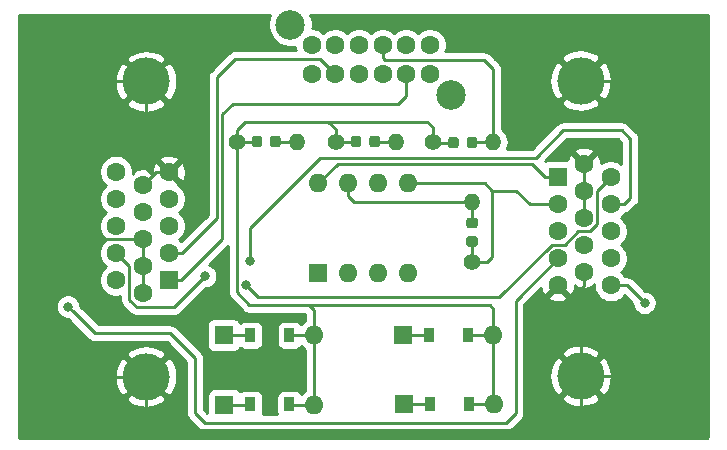
<source format=gbr>
G04 #@! TF.GenerationSoftware,KiCad,Pcbnew,(5.1.4)-1*
G04 #@! TF.CreationDate,2020-11-25T10:34:19+01:00*
G04 #@! TF.ProjectId,MonochromeVGA,4d6f6e6f-6368-4726-9f6d-655647412e6b,rev?*
G04 #@! TF.SameCoordinates,Original*
G04 #@! TF.FileFunction,Copper,L1,Top*
G04 #@! TF.FilePolarity,Positive*
%FSLAX46Y46*%
G04 Gerber Fmt 4.6, Leading zero omitted, Abs format (unit mm)*
G04 Created by KiCad (PCBNEW (5.1.4)-1) date 2020-11-25 10:34:19*
%MOMM*%
%LPD*%
G04 APERTURE LIST*
%ADD10C,4.000000*%
%ADD11C,1.600000*%
%ADD12R,1.600000X1.600000*%
%ADD13O,1.600000X1.600000*%
%ADD14R,0.900000X1.200000*%
%ADD15C,2.500000*%
%ADD16C,0.100000*%
%ADD17C,0.875000*%
%ADD18O,1.400000X1.400000*%
%ADD19C,1.400000*%
%ADD20C,0.800000*%
%ADD21C,0.250000*%
%ADD22C,0.254000*%
G04 APERTURE END LIST*
D10*
X130090000Y-117735000D03*
X130090000Y-92735000D03*
D11*
X127550000Y-100390000D03*
X127550000Y-102680000D03*
X127550000Y-104970000D03*
X127550000Y-107260000D03*
X127550000Y-109550000D03*
X129805000Y-101535000D03*
X129805000Y-103825000D03*
X129805000Y-106115000D03*
X129805000Y-108405000D03*
X129805000Y-110695000D03*
X132035000Y-100390000D03*
X132035000Y-102680000D03*
X132035000Y-104970000D03*
X132035000Y-107260000D03*
D12*
X132035000Y-109550000D03*
D10*
X166900000Y-92665000D03*
X166900000Y-117665000D03*
D11*
X169440000Y-110010000D03*
X169440000Y-107720000D03*
X169440000Y-105430000D03*
X169440000Y-103140000D03*
X169440000Y-100850000D03*
X167185000Y-108865000D03*
X167185000Y-106575000D03*
X167185000Y-104285000D03*
X167185000Y-101995000D03*
X167185000Y-99705000D03*
X164955000Y-110010000D03*
X164955000Y-107720000D03*
X164955000Y-105430000D03*
X164955000Y-103140000D03*
D12*
X164955000Y-100850000D03*
X151910000Y-120090000D03*
D13*
X159530000Y-120090000D03*
D14*
X154110000Y-120090000D03*
X157410000Y-120090000D03*
D12*
X136730000Y-120120000D03*
D13*
X144350000Y-120120000D03*
D14*
X138920000Y-120090000D03*
X142220000Y-120090000D03*
X138940000Y-114220000D03*
X142240000Y-114220000D03*
D12*
X136680000Y-114220000D03*
D13*
X144300000Y-114220000D03*
D12*
X151890000Y-114250000D03*
D13*
X159510000Y-114250000D03*
D14*
X154070000Y-114200000D03*
X157370000Y-114200000D03*
D13*
X144690000Y-101340000D03*
X152310000Y-108960000D03*
X147230000Y-101340000D03*
X149770000Y-108960000D03*
X149770000Y-101340000D03*
X147230000Y-108960000D03*
X152310000Y-101340000D03*
D12*
X144690000Y-108960000D03*
D11*
X144120000Y-89650000D03*
X146120000Y-89650000D03*
X148120000Y-89650000D03*
X150120000Y-89650000D03*
X152120000Y-89650000D03*
X154120000Y-89650000D03*
X144120000Y-92150000D03*
X146120000Y-92150000D03*
X148120000Y-92150000D03*
X150120000Y-92150000D03*
X152120000Y-92150000D03*
X154120000Y-92150000D03*
D15*
X142320000Y-87950000D03*
X155920000Y-93850000D03*
D16*
G36*
X157977691Y-104276053D02*
G01*
X157998926Y-104279203D01*
X158019750Y-104284419D01*
X158039962Y-104291651D01*
X158059368Y-104300830D01*
X158077781Y-104311866D01*
X158095024Y-104324654D01*
X158110930Y-104339070D01*
X158125346Y-104354976D01*
X158138134Y-104372219D01*
X158149170Y-104390632D01*
X158158349Y-104410038D01*
X158165581Y-104430250D01*
X158170797Y-104451074D01*
X158173947Y-104472309D01*
X158175000Y-104493750D01*
X158175000Y-104931250D01*
X158173947Y-104952691D01*
X158170797Y-104973926D01*
X158165581Y-104994750D01*
X158158349Y-105014962D01*
X158149170Y-105034368D01*
X158138134Y-105052781D01*
X158125346Y-105070024D01*
X158110930Y-105085930D01*
X158095024Y-105100346D01*
X158077781Y-105113134D01*
X158059368Y-105124170D01*
X158039962Y-105133349D01*
X158019750Y-105140581D01*
X157998926Y-105145797D01*
X157977691Y-105148947D01*
X157956250Y-105150000D01*
X157443750Y-105150000D01*
X157422309Y-105148947D01*
X157401074Y-105145797D01*
X157380250Y-105140581D01*
X157360038Y-105133349D01*
X157340632Y-105124170D01*
X157322219Y-105113134D01*
X157304976Y-105100346D01*
X157289070Y-105085930D01*
X157274654Y-105070024D01*
X157261866Y-105052781D01*
X157250830Y-105034368D01*
X157241651Y-105014962D01*
X157234419Y-104994750D01*
X157229203Y-104973926D01*
X157226053Y-104952691D01*
X157225000Y-104931250D01*
X157225000Y-104493750D01*
X157226053Y-104472309D01*
X157229203Y-104451074D01*
X157234419Y-104430250D01*
X157241651Y-104410038D01*
X157250830Y-104390632D01*
X157261866Y-104372219D01*
X157274654Y-104354976D01*
X157289070Y-104339070D01*
X157304976Y-104324654D01*
X157322219Y-104311866D01*
X157340632Y-104300830D01*
X157360038Y-104291651D01*
X157380250Y-104284419D01*
X157401074Y-104279203D01*
X157422309Y-104276053D01*
X157443750Y-104275000D01*
X157956250Y-104275000D01*
X157977691Y-104276053D01*
X157977691Y-104276053D01*
G37*
D17*
X157700000Y-104712500D03*
D16*
G36*
X157977691Y-105851053D02*
G01*
X157998926Y-105854203D01*
X158019750Y-105859419D01*
X158039962Y-105866651D01*
X158059368Y-105875830D01*
X158077781Y-105886866D01*
X158095024Y-105899654D01*
X158110930Y-105914070D01*
X158125346Y-105929976D01*
X158138134Y-105947219D01*
X158149170Y-105965632D01*
X158158349Y-105985038D01*
X158165581Y-106005250D01*
X158170797Y-106026074D01*
X158173947Y-106047309D01*
X158175000Y-106068750D01*
X158175000Y-106506250D01*
X158173947Y-106527691D01*
X158170797Y-106548926D01*
X158165581Y-106569750D01*
X158158349Y-106589962D01*
X158149170Y-106609368D01*
X158138134Y-106627781D01*
X158125346Y-106645024D01*
X158110930Y-106660930D01*
X158095024Y-106675346D01*
X158077781Y-106688134D01*
X158059368Y-106699170D01*
X158039962Y-106708349D01*
X158019750Y-106715581D01*
X157998926Y-106720797D01*
X157977691Y-106723947D01*
X157956250Y-106725000D01*
X157443750Y-106725000D01*
X157422309Y-106723947D01*
X157401074Y-106720797D01*
X157380250Y-106715581D01*
X157360038Y-106708349D01*
X157340632Y-106699170D01*
X157322219Y-106688134D01*
X157304976Y-106675346D01*
X157289070Y-106660930D01*
X157274654Y-106645024D01*
X157261866Y-106627781D01*
X157250830Y-106609368D01*
X157241651Y-106589962D01*
X157234419Y-106569750D01*
X157229203Y-106548926D01*
X157226053Y-106527691D01*
X157225000Y-106506250D01*
X157225000Y-106068750D01*
X157226053Y-106047309D01*
X157229203Y-106026074D01*
X157234419Y-106005250D01*
X157241651Y-105985038D01*
X157250830Y-105965632D01*
X157261866Y-105947219D01*
X157274654Y-105929976D01*
X157289070Y-105914070D01*
X157304976Y-105899654D01*
X157322219Y-105886866D01*
X157340632Y-105875830D01*
X157360038Y-105866651D01*
X157380250Y-105859419D01*
X157401074Y-105854203D01*
X157422309Y-105851053D01*
X157443750Y-105850000D01*
X157956250Y-105850000D01*
X157977691Y-105851053D01*
X157977691Y-105851053D01*
G37*
D17*
X157700000Y-106287500D03*
D16*
G36*
X157937691Y-97446053D02*
G01*
X157958926Y-97449203D01*
X157979750Y-97454419D01*
X157999962Y-97461651D01*
X158019368Y-97470830D01*
X158037781Y-97481866D01*
X158055024Y-97494654D01*
X158070930Y-97509070D01*
X158085346Y-97524976D01*
X158098134Y-97542219D01*
X158109170Y-97560632D01*
X158118349Y-97580038D01*
X158125581Y-97600250D01*
X158130797Y-97621074D01*
X158133947Y-97642309D01*
X158135000Y-97663750D01*
X158135000Y-98176250D01*
X158133947Y-98197691D01*
X158130797Y-98218926D01*
X158125581Y-98239750D01*
X158118349Y-98259962D01*
X158109170Y-98279368D01*
X158098134Y-98297781D01*
X158085346Y-98315024D01*
X158070930Y-98330930D01*
X158055024Y-98345346D01*
X158037781Y-98358134D01*
X158019368Y-98369170D01*
X157999962Y-98378349D01*
X157979750Y-98385581D01*
X157958926Y-98390797D01*
X157937691Y-98393947D01*
X157916250Y-98395000D01*
X157478750Y-98395000D01*
X157457309Y-98393947D01*
X157436074Y-98390797D01*
X157415250Y-98385581D01*
X157395038Y-98378349D01*
X157375632Y-98369170D01*
X157357219Y-98358134D01*
X157339976Y-98345346D01*
X157324070Y-98330930D01*
X157309654Y-98315024D01*
X157296866Y-98297781D01*
X157285830Y-98279368D01*
X157276651Y-98259962D01*
X157269419Y-98239750D01*
X157264203Y-98218926D01*
X157261053Y-98197691D01*
X157260000Y-98176250D01*
X157260000Y-97663750D01*
X157261053Y-97642309D01*
X157264203Y-97621074D01*
X157269419Y-97600250D01*
X157276651Y-97580038D01*
X157285830Y-97560632D01*
X157296866Y-97542219D01*
X157309654Y-97524976D01*
X157324070Y-97509070D01*
X157339976Y-97494654D01*
X157357219Y-97481866D01*
X157375632Y-97470830D01*
X157395038Y-97461651D01*
X157415250Y-97454419D01*
X157436074Y-97449203D01*
X157457309Y-97446053D01*
X157478750Y-97445000D01*
X157916250Y-97445000D01*
X157937691Y-97446053D01*
X157937691Y-97446053D01*
G37*
D17*
X157697500Y-97920000D03*
D16*
G36*
X156362691Y-97446053D02*
G01*
X156383926Y-97449203D01*
X156404750Y-97454419D01*
X156424962Y-97461651D01*
X156444368Y-97470830D01*
X156462781Y-97481866D01*
X156480024Y-97494654D01*
X156495930Y-97509070D01*
X156510346Y-97524976D01*
X156523134Y-97542219D01*
X156534170Y-97560632D01*
X156543349Y-97580038D01*
X156550581Y-97600250D01*
X156555797Y-97621074D01*
X156558947Y-97642309D01*
X156560000Y-97663750D01*
X156560000Y-98176250D01*
X156558947Y-98197691D01*
X156555797Y-98218926D01*
X156550581Y-98239750D01*
X156543349Y-98259962D01*
X156534170Y-98279368D01*
X156523134Y-98297781D01*
X156510346Y-98315024D01*
X156495930Y-98330930D01*
X156480024Y-98345346D01*
X156462781Y-98358134D01*
X156444368Y-98369170D01*
X156424962Y-98378349D01*
X156404750Y-98385581D01*
X156383926Y-98390797D01*
X156362691Y-98393947D01*
X156341250Y-98395000D01*
X155903750Y-98395000D01*
X155882309Y-98393947D01*
X155861074Y-98390797D01*
X155840250Y-98385581D01*
X155820038Y-98378349D01*
X155800632Y-98369170D01*
X155782219Y-98358134D01*
X155764976Y-98345346D01*
X155749070Y-98330930D01*
X155734654Y-98315024D01*
X155721866Y-98297781D01*
X155710830Y-98279368D01*
X155701651Y-98259962D01*
X155694419Y-98239750D01*
X155689203Y-98218926D01*
X155686053Y-98197691D01*
X155685000Y-98176250D01*
X155685000Y-97663750D01*
X155686053Y-97642309D01*
X155689203Y-97621074D01*
X155694419Y-97600250D01*
X155701651Y-97580038D01*
X155710830Y-97560632D01*
X155721866Y-97542219D01*
X155734654Y-97524976D01*
X155749070Y-97509070D01*
X155764976Y-97494654D01*
X155782219Y-97481866D01*
X155800632Y-97470830D01*
X155820038Y-97461651D01*
X155840250Y-97454419D01*
X155861074Y-97449203D01*
X155882309Y-97446053D01*
X155903750Y-97445000D01*
X156341250Y-97445000D01*
X156362691Y-97446053D01*
X156362691Y-97446053D01*
G37*
D17*
X156122500Y-97920000D03*
D16*
G36*
X141287691Y-97346053D02*
G01*
X141308926Y-97349203D01*
X141329750Y-97354419D01*
X141349962Y-97361651D01*
X141369368Y-97370830D01*
X141387781Y-97381866D01*
X141405024Y-97394654D01*
X141420930Y-97409070D01*
X141435346Y-97424976D01*
X141448134Y-97442219D01*
X141459170Y-97460632D01*
X141468349Y-97480038D01*
X141475581Y-97500250D01*
X141480797Y-97521074D01*
X141483947Y-97542309D01*
X141485000Y-97563750D01*
X141485000Y-98076250D01*
X141483947Y-98097691D01*
X141480797Y-98118926D01*
X141475581Y-98139750D01*
X141468349Y-98159962D01*
X141459170Y-98179368D01*
X141448134Y-98197781D01*
X141435346Y-98215024D01*
X141420930Y-98230930D01*
X141405024Y-98245346D01*
X141387781Y-98258134D01*
X141369368Y-98269170D01*
X141349962Y-98278349D01*
X141329750Y-98285581D01*
X141308926Y-98290797D01*
X141287691Y-98293947D01*
X141266250Y-98295000D01*
X140828750Y-98295000D01*
X140807309Y-98293947D01*
X140786074Y-98290797D01*
X140765250Y-98285581D01*
X140745038Y-98278349D01*
X140725632Y-98269170D01*
X140707219Y-98258134D01*
X140689976Y-98245346D01*
X140674070Y-98230930D01*
X140659654Y-98215024D01*
X140646866Y-98197781D01*
X140635830Y-98179368D01*
X140626651Y-98159962D01*
X140619419Y-98139750D01*
X140614203Y-98118926D01*
X140611053Y-98097691D01*
X140610000Y-98076250D01*
X140610000Y-97563750D01*
X140611053Y-97542309D01*
X140614203Y-97521074D01*
X140619419Y-97500250D01*
X140626651Y-97480038D01*
X140635830Y-97460632D01*
X140646866Y-97442219D01*
X140659654Y-97424976D01*
X140674070Y-97409070D01*
X140689976Y-97394654D01*
X140707219Y-97381866D01*
X140725632Y-97370830D01*
X140745038Y-97361651D01*
X140765250Y-97354419D01*
X140786074Y-97349203D01*
X140807309Y-97346053D01*
X140828750Y-97345000D01*
X141266250Y-97345000D01*
X141287691Y-97346053D01*
X141287691Y-97346053D01*
G37*
D17*
X141047500Y-97820000D03*
D16*
G36*
X139712691Y-97346053D02*
G01*
X139733926Y-97349203D01*
X139754750Y-97354419D01*
X139774962Y-97361651D01*
X139794368Y-97370830D01*
X139812781Y-97381866D01*
X139830024Y-97394654D01*
X139845930Y-97409070D01*
X139860346Y-97424976D01*
X139873134Y-97442219D01*
X139884170Y-97460632D01*
X139893349Y-97480038D01*
X139900581Y-97500250D01*
X139905797Y-97521074D01*
X139908947Y-97542309D01*
X139910000Y-97563750D01*
X139910000Y-98076250D01*
X139908947Y-98097691D01*
X139905797Y-98118926D01*
X139900581Y-98139750D01*
X139893349Y-98159962D01*
X139884170Y-98179368D01*
X139873134Y-98197781D01*
X139860346Y-98215024D01*
X139845930Y-98230930D01*
X139830024Y-98245346D01*
X139812781Y-98258134D01*
X139794368Y-98269170D01*
X139774962Y-98278349D01*
X139754750Y-98285581D01*
X139733926Y-98290797D01*
X139712691Y-98293947D01*
X139691250Y-98295000D01*
X139253750Y-98295000D01*
X139232309Y-98293947D01*
X139211074Y-98290797D01*
X139190250Y-98285581D01*
X139170038Y-98278349D01*
X139150632Y-98269170D01*
X139132219Y-98258134D01*
X139114976Y-98245346D01*
X139099070Y-98230930D01*
X139084654Y-98215024D01*
X139071866Y-98197781D01*
X139060830Y-98179368D01*
X139051651Y-98159962D01*
X139044419Y-98139750D01*
X139039203Y-98118926D01*
X139036053Y-98097691D01*
X139035000Y-98076250D01*
X139035000Y-97563750D01*
X139036053Y-97542309D01*
X139039203Y-97521074D01*
X139044419Y-97500250D01*
X139051651Y-97480038D01*
X139060830Y-97460632D01*
X139071866Y-97442219D01*
X139084654Y-97424976D01*
X139099070Y-97409070D01*
X139114976Y-97394654D01*
X139132219Y-97381866D01*
X139150632Y-97370830D01*
X139170038Y-97361651D01*
X139190250Y-97354419D01*
X139211074Y-97349203D01*
X139232309Y-97346053D01*
X139253750Y-97345000D01*
X139691250Y-97345000D01*
X139712691Y-97346053D01*
X139712691Y-97346053D01*
G37*
D17*
X139472500Y-97820000D03*
D16*
G36*
X149687691Y-97346053D02*
G01*
X149708926Y-97349203D01*
X149729750Y-97354419D01*
X149749962Y-97361651D01*
X149769368Y-97370830D01*
X149787781Y-97381866D01*
X149805024Y-97394654D01*
X149820930Y-97409070D01*
X149835346Y-97424976D01*
X149848134Y-97442219D01*
X149859170Y-97460632D01*
X149868349Y-97480038D01*
X149875581Y-97500250D01*
X149880797Y-97521074D01*
X149883947Y-97542309D01*
X149885000Y-97563750D01*
X149885000Y-98076250D01*
X149883947Y-98097691D01*
X149880797Y-98118926D01*
X149875581Y-98139750D01*
X149868349Y-98159962D01*
X149859170Y-98179368D01*
X149848134Y-98197781D01*
X149835346Y-98215024D01*
X149820930Y-98230930D01*
X149805024Y-98245346D01*
X149787781Y-98258134D01*
X149769368Y-98269170D01*
X149749962Y-98278349D01*
X149729750Y-98285581D01*
X149708926Y-98290797D01*
X149687691Y-98293947D01*
X149666250Y-98295000D01*
X149228750Y-98295000D01*
X149207309Y-98293947D01*
X149186074Y-98290797D01*
X149165250Y-98285581D01*
X149145038Y-98278349D01*
X149125632Y-98269170D01*
X149107219Y-98258134D01*
X149089976Y-98245346D01*
X149074070Y-98230930D01*
X149059654Y-98215024D01*
X149046866Y-98197781D01*
X149035830Y-98179368D01*
X149026651Y-98159962D01*
X149019419Y-98139750D01*
X149014203Y-98118926D01*
X149011053Y-98097691D01*
X149010000Y-98076250D01*
X149010000Y-97563750D01*
X149011053Y-97542309D01*
X149014203Y-97521074D01*
X149019419Y-97500250D01*
X149026651Y-97480038D01*
X149035830Y-97460632D01*
X149046866Y-97442219D01*
X149059654Y-97424976D01*
X149074070Y-97409070D01*
X149089976Y-97394654D01*
X149107219Y-97381866D01*
X149125632Y-97370830D01*
X149145038Y-97361651D01*
X149165250Y-97354419D01*
X149186074Y-97349203D01*
X149207309Y-97346053D01*
X149228750Y-97345000D01*
X149666250Y-97345000D01*
X149687691Y-97346053D01*
X149687691Y-97346053D01*
G37*
D17*
X149447500Y-97820000D03*
D16*
G36*
X148112691Y-97346053D02*
G01*
X148133926Y-97349203D01*
X148154750Y-97354419D01*
X148174962Y-97361651D01*
X148194368Y-97370830D01*
X148212781Y-97381866D01*
X148230024Y-97394654D01*
X148245930Y-97409070D01*
X148260346Y-97424976D01*
X148273134Y-97442219D01*
X148284170Y-97460632D01*
X148293349Y-97480038D01*
X148300581Y-97500250D01*
X148305797Y-97521074D01*
X148308947Y-97542309D01*
X148310000Y-97563750D01*
X148310000Y-98076250D01*
X148308947Y-98097691D01*
X148305797Y-98118926D01*
X148300581Y-98139750D01*
X148293349Y-98159962D01*
X148284170Y-98179368D01*
X148273134Y-98197781D01*
X148260346Y-98215024D01*
X148245930Y-98230930D01*
X148230024Y-98245346D01*
X148212781Y-98258134D01*
X148194368Y-98269170D01*
X148174962Y-98278349D01*
X148154750Y-98285581D01*
X148133926Y-98290797D01*
X148112691Y-98293947D01*
X148091250Y-98295000D01*
X147653750Y-98295000D01*
X147632309Y-98293947D01*
X147611074Y-98290797D01*
X147590250Y-98285581D01*
X147570038Y-98278349D01*
X147550632Y-98269170D01*
X147532219Y-98258134D01*
X147514976Y-98245346D01*
X147499070Y-98230930D01*
X147484654Y-98215024D01*
X147471866Y-98197781D01*
X147460830Y-98179368D01*
X147451651Y-98159962D01*
X147444419Y-98139750D01*
X147439203Y-98118926D01*
X147436053Y-98097691D01*
X147435000Y-98076250D01*
X147435000Y-97563750D01*
X147436053Y-97542309D01*
X147439203Y-97521074D01*
X147444419Y-97500250D01*
X147451651Y-97480038D01*
X147460830Y-97460632D01*
X147471866Y-97442219D01*
X147484654Y-97424976D01*
X147499070Y-97409070D01*
X147514976Y-97394654D01*
X147532219Y-97381866D01*
X147550632Y-97370830D01*
X147570038Y-97361651D01*
X147590250Y-97354419D01*
X147611074Y-97349203D01*
X147632309Y-97346053D01*
X147653750Y-97345000D01*
X148091250Y-97345000D01*
X148112691Y-97346053D01*
X148112691Y-97346053D01*
G37*
D17*
X147872500Y-97820000D03*
D18*
X157690000Y-102950000D03*
D19*
X157690000Y-108030000D03*
D18*
X159450000Y-97870000D03*
D19*
X154370000Y-97870000D03*
D18*
X142870000Y-97840000D03*
D19*
X137790000Y-97840000D03*
D18*
X151220000Y-97840000D03*
D19*
X146140000Y-97840000D03*
D20*
X123490000Y-111800000D03*
X138590000Y-110010000D03*
X135100000Y-109220000D03*
X138880000Y-107940000D03*
X172310000Y-111490000D03*
D21*
X144300000Y-114220000D02*
X142240000Y-114220000D01*
X142250000Y-120120000D02*
X142220000Y-120090000D01*
X144350000Y-120120000D02*
X142250000Y-120120000D01*
X159530000Y-120090000D02*
X157410000Y-120090000D01*
X157420000Y-114250000D02*
X157370000Y-114200000D01*
X159510000Y-114250000D02*
X157420000Y-114250000D01*
X154420000Y-97920000D02*
X154370000Y-97870000D01*
X156122500Y-97920000D02*
X154420000Y-97920000D01*
X144350000Y-120120000D02*
X144350000Y-114270000D01*
X159510000Y-114250000D02*
X159510000Y-120070000D01*
X144300000Y-112060000D02*
X144300000Y-114220000D01*
X143910000Y-111670000D02*
X144300000Y-112060000D01*
X143910000Y-111670000D02*
X159200000Y-111670000D01*
X159510000Y-111980000D02*
X159510000Y-114250000D01*
X159200000Y-111670000D02*
X159510000Y-111980000D01*
X137790000Y-96850051D02*
X138480051Y-96160000D01*
X137790000Y-97840000D02*
X137790000Y-96850051D01*
X138480051Y-96160000D02*
X145500000Y-96160000D01*
X146140000Y-96800000D02*
X146140000Y-97830000D01*
X145500000Y-96160000D02*
X146140000Y-96800000D01*
X145500000Y-96160000D02*
X153890000Y-96160000D01*
X154370000Y-96640000D02*
X154370000Y-97870000D01*
X153890000Y-96160000D02*
X154370000Y-96640000D01*
X138850000Y-111670000D02*
X143910000Y-111670000D01*
X137790000Y-97840000D02*
X137790000Y-110610000D01*
X137790000Y-110610000D02*
X138850000Y-111670000D01*
X139452500Y-97840000D02*
X139472500Y-97820000D01*
X137790000Y-97840000D02*
X139452500Y-97840000D01*
X147852500Y-97840000D02*
X147872500Y-97820000D01*
X146140000Y-97840000D02*
X147852500Y-97840000D01*
X136680000Y-114220000D02*
X138940000Y-114220000D01*
X154020000Y-114250000D02*
X154070000Y-114200000D01*
X151890000Y-114250000D02*
X154020000Y-114250000D01*
X138890000Y-120120000D02*
X138920000Y-120090000D01*
X136730000Y-120120000D02*
X138890000Y-120120000D01*
X151910000Y-120090000D02*
X154110000Y-120090000D01*
X152120000Y-93960000D02*
X152120000Y-92150000D01*
X132035000Y-109550000D02*
X133085000Y-109550000D01*
X136540010Y-106094990D02*
X136540010Y-95499990D01*
X136540010Y-95499990D02*
X137420000Y-94620000D01*
X137420000Y-94620000D02*
X151460000Y-94620000D01*
X133085000Y-109550000D02*
X136540010Y-106094990D01*
X151460000Y-94620000D02*
X152120000Y-93960000D01*
X133166370Y-107260000D02*
X136090000Y-104336370D01*
X132035000Y-107260000D02*
X133166370Y-107260000D01*
X136090000Y-104336370D02*
X136090000Y-92390000D01*
X136090000Y-92390000D02*
X137620000Y-90860000D01*
X144830000Y-90860000D02*
X146120000Y-92150000D01*
X137620000Y-90860000D02*
X144830000Y-90860000D01*
X164955000Y-107720000D02*
X161380000Y-111295000D01*
X161380000Y-111295000D02*
X161380000Y-120820000D01*
X161380000Y-120820000D02*
X160570000Y-121630000D01*
X160570000Y-121630000D02*
X135070000Y-121630000D01*
X135070000Y-121630000D02*
X134240000Y-120800000D01*
X134240000Y-120800000D02*
X134240000Y-116160000D01*
X134240000Y-116160000D02*
X132160000Y-114080000D01*
X132160000Y-114080000D02*
X125770000Y-114080000D01*
X125770000Y-114080000D02*
X123890000Y-112200000D01*
X123890000Y-112200000D02*
X123490000Y-111800000D01*
X123490000Y-111800000D02*
X123490000Y-111800000D01*
X167185000Y-92950000D02*
X166900000Y-92665000D01*
X167185000Y-99705000D02*
X167185000Y-101995000D01*
X167185000Y-104285000D02*
X167185000Y-101995000D01*
X164955000Y-110010000D02*
X166900000Y-111955000D01*
X166900000Y-110281370D02*
X166900000Y-112040000D01*
X167185000Y-109996370D02*
X166900000Y-110281370D01*
X167185000Y-108865000D02*
X167185000Y-109996370D01*
X166900000Y-111955000D02*
X166900000Y-112040000D01*
X166900000Y-112040000D02*
X166900000Y-117665000D01*
X130090000Y-110980000D02*
X129805000Y-110695000D01*
X129805000Y-108405000D02*
X129805000Y-110695000D01*
X129805000Y-106115000D02*
X129805000Y-108405000D01*
X130950000Y-100390000D02*
X132035000Y-100390000D01*
X130090000Y-100120000D02*
X130655000Y-100685000D01*
X130090000Y-92735000D02*
X130090000Y-100120000D01*
X129805000Y-101535000D02*
X130655000Y-100685000D01*
X130655000Y-100685000D02*
X130950000Y-100390000D01*
X125495000Y-92735000D02*
X130090000Y-92735000D01*
X123350000Y-94880000D02*
X125495000Y-92735000D01*
X130090000Y-120563427D02*
X131776573Y-122250000D01*
X130090000Y-117735000D02*
X130090000Y-120563427D01*
X131776573Y-122250000D02*
X165320000Y-122250000D01*
X166900000Y-120670000D02*
X166900000Y-117665000D01*
X165320000Y-122250000D02*
X166900000Y-120670000D01*
X124435000Y-106115000D02*
X123350000Y-105030000D01*
X129805000Y-106115000D02*
X124435000Y-106115000D01*
X123350000Y-105030000D02*
X123350000Y-94880000D01*
X122050000Y-106330000D02*
X123350000Y-105030000D01*
X122050000Y-115270000D02*
X122050000Y-106330000D01*
X130090000Y-117735000D02*
X124515000Y-117735000D01*
X124515000Y-117735000D02*
X122050000Y-115270000D01*
X170225000Y-92665000D02*
X166900000Y-92665000D01*
X169728427Y-117665000D02*
X172880000Y-114513427D01*
X166900000Y-117665000D02*
X169728427Y-117665000D01*
X172880000Y-114513427D02*
X172886573Y-114513427D01*
X172886573Y-114513427D02*
X173630000Y-113770000D01*
X173630000Y-113770000D02*
X173630000Y-96070000D01*
X173630000Y-96070000D02*
X170225000Y-92665000D01*
X138989999Y-110409999D02*
X138999999Y-110409999D01*
X138590000Y-110010000D02*
X138989999Y-110409999D01*
X138999999Y-110409999D02*
X139610000Y-111020000D01*
X168640001Y-101649999D02*
X169440000Y-100850000D01*
X168310001Y-101979999D02*
X168640001Y-101649999D01*
X168310001Y-104825001D02*
X168310001Y-101979999D01*
X167725001Y-105410001D02*
X168310001Y-104825001D01*
X166684997Y-105410001D02*
X167725001Y-105410001D01*
X164454997Y-106555001D02*
X165539997Y-106555001D01*
X165539997Y-106555001D02*
X166684997Y-105410001D01*
X159989998Y-111020000D02*
X164454997Y-106555001D01*
X139610000Y-111020000D02*
X159989998Y-111020000D01*
X128679999Y-111235001D02*
X129294998Y-111850000D01*
X127550000Y-107260000D02*
X128679999Y-108389999D01*
X128679999Y-108389999D02*
X128679999Y-111235001D01*
X132470000Y-111850000D02*
X135100000Y-109220000D01*
X129294998Y-111850000D02*
X132470000Y-111850000D01*
X138880000Y-107940000D02*
X138880000Y-105800000D01*
X138880000Y-105110000D02*
X144800000Y-99190000D01*
X138880000Y-105800000D02*
X138880000Y-105110000D01*
X144800000Y-99190000D02*
X163100000Y-99190000D01*
X163100000Y-99190000D02*
X165400000Y-96890000D01*
X170571370Y-103140000D02*
X171090000Y-102621370D01*
X169440000Y-103140000D02*
X170571370Y-103140000D01*
X171090000Y-102621370D02*
X171090000Y-97600000D01*
X170380000Y-96890000D02*
X165400000Y-96890000D01*
X171090000Y-97600000D02*
X170380000Y-96890000D01*
X170830000Y-110010000D02*
X172310000Y-111490000D01*
X169440000Y-110010000D02*
X170830000Y-110010000D01*
X144690000Y-101340000D02*
X146330000Y-99700000D01*
X163905000Y-100850000D02*
X164955000Y-100850000D01*
X162755000Y-99700000D02*
X163905000Y-100850000D01*
X146330000Y-99700000D02*
X152080000Y-99700000D01*
X152080000Y-99700000D02*
X162755000Y-99700000D01*
X157690000Y-106297500D02*
X157700000Y-106287500D01*
X157690000Y-108030000D02*
X157690000Y-106297500D01*
X152310000Y-101340000D02*
X158780000Y-101340000D01*
X158780000Y-101340000D02*
X159430000Y-101990000D01*
X159430000Y-101990000D02*
X159430000Y-107580000D01*
X158980000Y-108030000D02*
X157690000Y-108030000D01*
X159430000Y-107580000D02*
X158980000Y-108030000D01*
X159430000Y-101990000D02*
X161440000Y-101990000D01*
X162590000Y-103140000D02*
X164955000Y-103140000D01*
X161440000Y-101990000D02*
X162590000Y-103140000D01*
X149467500Y-97840000D02*
X149447500Y-97820000D01*
X151220000Y-97840000D02*
X149467500Y-97840000D01*
X141067500Y-97840000D02*
X141047500Y-97820000D01*
X142870000Y-97840000D02*
X141067500Y-97840000D01*
X157747500Y-97870000D02*
X157697500Y-97920000D01*
X159450000Y-97870000D02*
X157747500Y-97870000D01*
X150120000Y-90781370D02*
X150298630Y-90960000D01*
X150120000Y-89650000D02*
X150120000Y-90781370D01*
X150298630Y-90960000D02*
X158740000Y-90960000D01*
X159450000Y-91670000D02*
X159450000Y-97870000D01*
X158740000Y-90960000D02*
X159450000Y-91670000D01*
X157690000Y-104702500D02*
X157700000Y-104712500D01*
X157690000Y-102950000D02*
X157690000Y-104702500D01*
X147708630Y-102950000D02*
X157690000Y-102950000D01*
X147230000Y-101340000D02*
X147230000Y-102471370D01*
X147230000Y-102471370D02*
X147708630Y-102950000D01*
D22*
G36*
X140507439Y-87400166D02*
G01*
X140435000Y-87764344D01*
X140435000Y-88135656D01*
X140507439Y-88499834D01*
X140649534Y-88842882D01*
X140855825Y-89151618D01*
X141118382Y-89414175D01*
X141427118Y-89620466D01*
X141770166Y-89762561D01*
X142134344Y-89835000D01*
X142505656Y-89835000D01*
X142686529Y-89799022D01*
X142740147Y-90068574D01*
X142753164Y-90100000D01*
X137657325Y-90100000D01*
X137620000Y-90096324D01*
X137582675Y-90100000D01*
X137582667Y-90100000D01*
X137471014Y-90110997D01*
X137327753Y-90154454D01*
X137195724Y-90225026D01*
X137079999Y-90319999D01*
X137056201Y-90348997D01*
X135578998Y-91826201D01*
X135550000Y-91849999D01*
X135526202Y-91878997D01*
X135526201Y-91878998D01*
X135455026Y-91965724D01*
X135384454Y-92097754D01*
X135340998Y-92241015D01*
X135326324Y-92390000D01*
X135330001Y-92427332D01*
X135330000Y-104021568D01*
X133077982Y-106273586D01*
X132949759Y-106145363D01*
X132904317Y-106115000D01*
X132949759Y-106084637D01*
X133149637Y-105884759D01*
X133306680Y-105649727D01*
X133414853Y-105388574D01*
X133470000Y-105111335D01*
X133470000Y-104828665D01*
X133414853Y-104551426D01*
X133306680Y-104290273D01*
X133149637Y-104055241D01*
X132949759Y-103855363D01*
X132904317Y-103825000D01*
X132949759Y-103794637D01*
X133149637Y-103594759D01*
X133306680Y-103359727D01*
X133414853Y-103098574D01*
X133470000Y-102821335D01*
X133470000Y-102538665D01*
X133414853Y-102261426D01*
X133306680Y-102000273D01*
X133149637Y-101765241D01*
X132949759Y-101565363D01*
X132819951Y-101478628D01*
X132848097Y-101382702D01*
X132035000Y-100569605D01*
X132020858Y-100583748D01*
X131841253Y-100404143D01*
X131855395Y-100390000D01*
X132214605Y-100390000D01*
X133027702Y-101203097D01*
X133271671Y-101131514D01*
X133392571Y-100876004D01*
X133461300Y-100601816D01*
X133475217Y-100319488D01*
X133433787Y-100039870D01*
X133338603Y-99773708D01*
X133271671Y-99648486D01*
X133027702Y-99576903D01*
X132214605Y-100390000D01*
X131855395Y-100390000D01*
X131042298Y-99576903D01*
X130798329Y-99648486D01*
X130677429Y-99903996D01*
X130608700Y-100178184D01*
X130594783Y-100460512D01*
X130595480Y-100465213D01*
X130546514Y-100298329D01*
X130291004Y-100177429D01*
X130016816Y-100108700D01*
X129734488Y-100094783D01*
X129454870Y-100136213D01*
X129188708Y-100231397D01*
X129063486Y-100298329D01*
X128991903Y-100542296D01*
X128984327Y-100534720D01*
X128985000Y-100531335D01*
X128985000Y-100248665D01*
X128929853Y-99971426D01*
X128821680Y-99710273D01*
X128664637Y-99475241D01*
X128586694Y-99397298D01*
X131221903Y-99397298D01*
X132035000Y-100210395D01*
X132848097Y-99397298D01*
X132776514Y-99153329D01*
X132521004Y-99032429D01*
X132246816Y-98963700D01*
X131964488Y-98949783D01*
X131684870Y-98991213D01*
X131418708Y-99086397D01*
X131293486Y-99153329D01*
X131221903Y-99397298D01*
X128586694Y-99397298D01*
X128464759Y-99275363D01*
X128229727Y-99118320D01*
X127968574Y-99010147D01*
X127691335Y-98955000D01*
X127408665Y-98955000D01*
X127131426Y-99010147D01*
X126870273Y-99118320D01*
X126635241Y-99275363D01*
X126435363Y-99475241D01*
X126278320Y-99710273D01*
X126170147Y-99971426D01*
X126115000Y-100248665D01*
X126115000Y-100531335D01*
X126170147Y-100808574D01*
X126278320Y-101069727D01*
X126435363Y-101304759D01*
X126635241Y-101504637D01*
X126680683Y-101535000D01*
X126635241Y-101565363D01*
X126435363Y-101765241D01*
X126278320Y-102000273D01*
X126170147Y-102261426D01*
X126115000Y-102538665D01*
X126115000Y-102821335D01*
X126170147Y-103098574D01*
X126278320Y-103359727D01*
X126435363Y-103594759D01*
X126635241Y-103794637D01*
X126680683Y-103825000D01*
X126635241Y-103855363D01*
X126435363Y-104055241D01*
X126278320Y-104290273D01*
X126170147Y-104551426D01*
X126115000Y-104828665D01*
X126115000Y-105111335D01*
X126170147Y-105388574D01*
X126278320Y-105649727D01*
X126435363Y-105884759D01*
X126635241Y-106084637D01*
X126680683Y-106115000D01*
X126635241Y-106145363D01*
X126435363Y-106345241D01*
X126278320Y-106580273D01*
X126170147Y-106841426D01*
X126115000Y-107118665D01*
X126115000Y-107401335D01*
X126170147Y-107678574D01*
X126278320Y-107939727D01*
X126435363Y-108174759D01*
X126635241Y-108374637D01*
X126680683Y-108405000D01*
X126635241Y-108435363D01*
X126435363Y-108635241D01*
X126278320Y-108870273D01*
X126170147Y-109131426D01*
X126115000Y-109408665D01*
X126115000Y-109691335D01*
X126170147Y-109968574D01*
X126278320Y-110229727D01*
X126435363Y-110464759D01*
X126635241Y-110664637D01*
X126870273Y-110821680D01*
X127131426Y-110929853D01*
X127408665Y-110985000D01*
X127691335Y-110985000D01*
X127920000Y-110939515D01*
X127920000Y-111197669D01*
X127916323Y-111235001D01*
X127920000Y-111272334D01*
X127930997Y-111383987D01*
X127938520Y-111408787D01*
X127974453Y-111527247D01*
X128045025Y-111659277D01*
X128116200Y-111746003D01*
X128139999Y-111775002D01*
X128168997Y-111798800D01*
X128731198Y-112361002D01*
X128754997Y-112390001D01*
X128783995Y-112413799D01*
X128870721Y-112484974D01*
X128945604Y-112525000D01*
X129002751Y-112555546D01*
X129146012Y-112599003D01*
X129257665Y-112610000D01*
X129257675Y-112610000D01*
X129294998Y-112613676D01*
X129332321Y-112610000D01*
X132432678Y-112610000D01*
X132470000Y-112613676D01*
X132507322Y-112610000D01*
X132507333Y-112610000D01*
X132618986Y-112599003D01*
X132762247Y-112555546D01*
X132894276Y-112484974D01*
X133010001Y-112390001D01*
X133033804Y-112360997D01*
X135139802Y-110255000D01*
X135201939Y-110255000D01*
X135401898Y-110215226D01*
X135590256Y-110137205D01*
X135759774Y-110023937D01*
X135903937Y-109879774D01*
X136017205Y-109710256D01*
X136095226Y-109521898D01*
X136135000Y-109321939D01*
X136135000Y-109118061D01*
X136095226Y-108918102D01*
X136017205Y-108729744D01*
X135903937Y-108560226D01*
X135759774Y-108416063D01*
X135590256Y-108302795D01*
X135460679Y-108249122D01*
X137030001Y-106679801D01*
X137030001Y-110572668D01*
X137026324Y-110610000D01*
X137030001Y-110647333D01*
X137040998Y-110758986D01*
X137042978Y-110765512D01*
X137084454Y-110902246D01*
X137155026Y-111034276D01*
X137209783Y-111100997D01*
X137250000Y-111150001D01*
X137278998Y-111173799D01*
X138286205Y-112181008D01*
X138309999Y-112210001D01*
X138338992Y-112233795D01*
X138338996Y-112233799D01*
X138388318Y-112274276D01*
X138425724Y-112304974D01*
X138557753Y-112375546D01*
X138701014Y-112419003D01*
X138812667Y-112430000D01*
X138812676Y-112430000D01*
X138849999Y-112433676D01*
X138887322Y-112430000D01*
X143540000Y-112430000D01*
X143540000Y-112999099D01*
X143498899Y-113021068D01*
X143280392Y-113200392D01*
X143223068Y-113270241D01*
X143220537Y-113265506D01*
X143141185Y-113168815D01*
X143044494Y-113089463D01*
X142934180Y-113030498D01*
X142814482Y-112994188D01*
X142690000Y-112981928D01*
X141790000Y-112981928D01*
X141665518Y-112994188D01*
X141545820Y-113030498D01*
X141435506Y-113089463D01*
X141338815Y-113168815D01*
X141259463Y-113265506D01*
X141200498Y-113375820D01*
X141164188Y-113495518D01*
X141151928Y-113620000D01*
X141151928Y-114820000D01*
X141164188Y-114944482D01*
X141200498Y-115064180D01*
X141259463Y-115174494D01*
X141338815Y-115271185D01*
X141435506Y-115350537D01*
X141545820Y-115409502D01*
X141665518Y-115445812D01*
X141790000Y-115458072D01*
X142690000Y-115458072D01*
X142814482Y-115445812D01*
X142934180Y-115409502D01*
X143044494Y-115350537D01*
X143141185Y-115271185D01*
X143220537Y-115174494D01*
X143223068Y-115169759D01*
X143280392Y-115239608D01*
X143498899Y-115418932D01*
X143590001Y-115467627D01*
X143590000Y-118899099D01*
X143548899Y-118921068D01*
X143330392Y-119100392D01*
X143240388Y-119210062D01*
X143200537Y-119135506D01*
X143121185Y-119038815D01*
X143024494Y-118959463D01*
X142914180Y-118900498D01*
X142794482Y-118864188D01*
X142670000Y-118851928D01*
X141770000Y-118851928D01*
X141645518Y-118864188D01*
X141525820Y-118900498D01*
X141415506Y-118959463D01*
X141318815Y-119038815D01*
X141239463Y-119135506D01*
X141180498Y-119245820D01*
X141144188Y-119365518D01*
X141131928Y-119490000D01*
X141131928Y-120690000D01*
X141144188Y-120814482D01*
X141161029Y-120870000D01*
X139978971Y-120870000D01*
X139995812Y-120814482D01*
X140008072Y-120690000D01*
X140008072Y-119490000D01*
X139995812Y-119365518D01*
X139959502Y-119245820D01*
X139900537Y-119135506D01*
X139821185Y-119038815D01*
X139724494Y-118959463D01*
X139614180Y-118900498D01*
X139494482Y-118864188D01*
X139370000Y-118851928D01*
X138470000Y-118851928D01*
X138345518Y-118864188D01*
X138225820Y-118900498D01*
X138115506Y-118959463D01*
X138075053Y-118992662D01*
X138060537Y-118965506D01*
X137981185Y-118868815D01*
X137884494Y-118789463D01*
X137774180Y-118730498D01*
X137654482Y-118694188D01*
X137530000Y-118681928D01*
X135930000Y-118681928D01*
X135805518Y-118694188D01*
X135685820Y-118730498D01*
X135575506Y-118789463D01*
X135478815Y-118868815D01*
X135399463Y-118965506D01*
X135340498Y-119075820D01*
X135304188Y-119195518D01*
X135291928Y-119320000D01*
X135291928Y-120777126D01*
X135000000Y-120485199D01*
X135000000Y-116197322D01*
X135003676Y-116159999D01*
X135000000Y-116122676D01*
X135000000Y-116122667D01*
X134989003Y-116011014D01*
X134945546Y-115867753D01*
X134874974Y-115735724D01*
X134780001Y-115619999D01*
X134751003Y-115596201D01*
X132723804Y-113569003D01*
X132700001Y-113539999D01*
X132584276Y-113445026D01*
X132537457Y-113420000D01*
X135241928Y-113420000D01*
X135241928Y-115020000D01*
X135254188Y-115144482D01*
X135290498Y-115264180D01*
X135349463Y-115374494D01*
X135428815Y-115471185D01*
X135525506Y-115550537D01*
X135635820Y-115609502D01*
X135755518Y-115645812D01*
X135880000Y-115658072D01*
X137480000Y-115658072D01*
X137604482Y-115645812D01*
X137724180Y-115609502D01*
X137834494Y-115550537D01*
X137931185Y-115471185D01*
X138010537Y-115374494D01*
X138057543Y-115286554D01*
X138135506Y-115350537D01*
X138245820Y-115409502D01*
X138365518Y-115445812D01*
X138490000Y-115458072D01*
X139390000Y-115458072D01*
X139514482Y-115445812D01*
X139634180Y-115409502D01*
X139744494Y-115350537D01*
X139841185Y-115271185D01*
X139920537Y-115174494D01*
X139979502Y-115064180D01*
X140015812Y-114944482D01*
X140028072Y-114820000D01*
X140028072Y-113620000D01*
X140015812Y-113495518D01*
X139979502Y-113375820D01*
X139920537Y-113265506D01*
X139841185Y-113168815D01*
X139744494Y-113089463D01*
X139634180Y-113030498D01*
X139514482Y-112994188D01*
X139390000Y-112981928D01*
X138490000Y-112981928D01*
X138365518Y-112994188D01*
X138245820Y-113030498D01*
X138135506Y-113089463D01*
X138057543Y-113153446D01*
X138010537Y-113065506D01*
X137931185Y-112968815D01*
X137834494Y-112889463D01*
X137724180Y-112830498D01*
X137604482Y-112794188D01*
X137480000Y-112781928D01*
X135880000Y-112781928D01*
X135755518Y-112794188D01*
X135635820Y-112830498D01*
X135525506Y-112889463D01*
X135428815Y-112968815D01*
X135349463Y-113065506D01*
X135290498Y-113175820D01*
X135254188Y-113295518D01*
X135241928Y-113420000D01*
X132537457Y-113420000D01*
X132452247Y-113374454D01*
X132308986Y-113330997D01*
X132197333Y-113320000D01*
X132197322Y-113320000D01*
X132160000Y-113316324D01*
X132122678Y-113320000D01*
X126084803Y-113320000D01*
X124525000Y-111760199D01*
X124525000Y-111698061D01*
X124485226Y-111498102D01*
X124407205Y-111309744D01*
X124293937Y-111140226D01*
X124149774Y-110996063D01*
X123980256Y-110882795D01*
X123791898Y-110804774D01*
X123591939Y-110765000D01*
X123388061Y-110765000D01*
X123188102Y-110804774D01*
X122999744Y-110882795D01*
X122830226Y-110996063D01*
X122686063Y-111140226D01*
X122572795Y-111309744D01*
X122494774Y-111498102D01*
X122455000Y-111698061D01*
X122455000Y-111901939D01*
X122494774Y-112101898D01*
X122572795Y-112290256D01*
X122686063Y-112459774D01*
X122830226Y-112603937D01*
X122999744Y-112717205D01*
X123188102Y-112795226D01*
X123388061Y-112835000D01*
X123450199Y-112835000D01*
X125206205Y-114591008D01*
X125229999Y-114620001D01*
X125258992Y-114643795D01*
X125258996Y-114643799D01*
X125296133Y-114674276D01*
X125345724Y-114714974D01*
X125477753Y-114785546D01*
X125621014Y-114829003D01*
X125732667Y-114840000D01*
X125732676Y-114840000D01*
X125769999Y-114843676D01*
X125807322Y-114840000D01*
X131845199Y-114840000D01*
X133480001Y-116474803D01*
X133480000Y-120762677D01*
X133476324Y-120800000D01*
X133480000Y-120837322D01*
X133480000Y-120837332D01*
X133490997Y-120948985D01*
X133519969Y-121044494D01*
X133534454Y-121092246D01*
X133605026Y-121224276D01*
X133621440Y-121244276D01*
X133699999Y-121340001D01*
X133729002Y-121363803D01*
X134506201Y-122141002D01*
X134529999Y-122170001D01*
X134645724Y-122264974D01*
X134777753Y-122335546D01*
X134921014Y-122379003D01*
X135032667Y-122390000D01*
X135032676Y-122390000D01*
X135069999Y-122393676D01*
X135107322Y-122390000D01*
X160532678Y-122390000D01*
X160570000Y-122393676D01*
X160607322Y-122390000D01*
X160607333Y-122390000D01*
X160718986Y-122379003D01*
X160862247Y-122335546D01*
X160994276Y-122264974D01*
X161110001Y-122170001D01*
X161133803Y-122140998D01*
X161891002Y-121383799D01*
X161920001Y-121360001D01*
X161946332Y-121327917D01*
X162014974Y-121244277D01*
X162085546Y-121112247D01*
X162129003Y-120968986D01*
X162140000Y-120857333D01*
X162140000Y-120857323D01*
X162143676Y-120820000D01*
X162140000Y-120782678D01*
X162140000Y-119512499D01*
X165232106Y-119512499D01*
X165448228Y-119879258D01*
X165908105Y-120119938D01*
X166406098Y-120266275D01*
X166923071Y-120312648D01*
X167439159Y-120257273D01*
X167934526Y-120102279D01*
X168351772Y-119879258D01*
X168567894Y-119512499D01*
X166900000Y-117844605D01*
X165232106Y-119512499D01*
X162140000Y-119512499D01*
X162140000Y-117688071D01*
X164252352Y-117688071D01*
X164307727Y-118204159D01*
X164462721Y-118699526D01*
X164685742Y-119116772D01*
X165052501Y-119332894D01*
X166720395Y-117665000D01*
X167079605Y-117665000D01*
X168747499Y-119332894D01*
X169114258Y-119116772D01*
X169354938Y-118656895D01*
X169501275Y-118158902D01*
X169547648Y-117641929D01*
X169492273Y-117125841D01*
X169337279Y-116630474D01*
X169114258Y-116213228D01*
X168747499Y-115997106D01*
X167079605Y-117665000D01*
X166720395Y-117665000D01*
X165052501Y-115997106D01*
X164685742Y-116213228D01*
X164445062Y-116673105D01*
X164298725Y-117171098D01*
X164252352Y-117688071D01*
X162140000Y-117688071D01*
X162140000Y-115817501D01*
X165232106Y-115817501D01*
X166900000Y-117485395D01*
X168567894Y-115817501D01*
X168351772Y-115450742D01*
X167891895Y-115210062D01*
X167393902Y-115063725D01*
X166876929Y-115017352D01*
X166360841Y-115072727D01*
X165865474Y-115227721D01*
X165448228Y-115450742D01*
X165232106Y-115817501D01*
X162140000Y-115817501D01*
X162140000Y-111609801D01*
X162747099Y-111002702D01*
X164141903Y-111002702D01*
X164213486Y-111246671D01*
X164468996Y-111367571D01*
X164743184Y-111436300D01*
X165025512Y-111450217D01*
X165305130Y-111408787D01*
X165571292Y-111313603D01*
X165696514Y-111246671D01*
X165768097Y-111002702D01*
X164955000Y-110189605D01*
X164141903Y-111002702D01*
X162747099Y-111002702D01*
X163534722Y-110215080D01*
X163556213Y-110360130D01*
X163651397Y-110626292D01*
X163718329Y-110751514D01*
X163962298Y-110823097D01*
X164775395Y-110010000D01*
X164761253Y-109995858D01*
X164940858Y-109816253D01*
X164955000Y-109830395D01*
X164969143Y-109816253D01*
X165148748Y-109995858D01*
X165134605Y-110010000D01*
X165947702Y-110823097D01*
X166191671Y-110751514D01*
X166312571Y-110496004D01*
X166381300Y-110221816D01*
X166395217Y-109939488D01*
X166394520Y-109934787D01*
X166443486Y-110101671D01*
X166698996Y-110222571D01*
X166973184Y-110291300D01*
X167255512Y-110305217D01*
X167535130Y-110263787D01*
X167801292Y-110168603D01*
X167926514Y-110101671D01*
X167998097Y-109857704D01*
X168005673Y-109865280D01*
X168005000Y-109868665D01*
X168005000Y-110151335D01*
X168060147Y-110428574D01*
X168168320Y-110689727D01*
X168325363Y-110924759D01*
X168525241Y-111124637D01*
X168760273Y-111281680D01*
X169021426Y-111389853D01*
X169298665Y-111445000D01*
X169581335Y-111445000D01*
X169858574Y-111389853D01*
X170119727Y-111281680D01*
X170354759Y-111124637D01*
X170554637Y-110924759D01*
X170600828Y-110855629D01*
X171275000Y-111529802D01*
X171275000Y-111591939D01*
X171314774Y-111791898D01*
X171392795Y-111980256D01*
X171506063Y-112149774D01*
X171650226Y-112293937D01*
X171819744Y-112407205D01*
X172008102Y-112485226D01*
X172208061Y-112525000D01*
X172411939Y-112525000D01*
X172611898Y-112485226D01*
X172800256Y-112407205D01*
X172969774Y-112293937D01*
X173113937Y-112149774D01*
X173227205Y-111980256D01*
X173305226Y-111791898D01*
X173345000Y-111591939D01*
X173345000Y-111388061D01*
X173305226Y-111188102D01*
X173227205Y-110999744D01*
X173113937Y-110830226D01*
X172969774Y-110686063D01*
X172800256Y-110572795D01*
X172611898Y-110494774D01*
X172411939Y-110455000D01*
X172349802Y-110455000D01*
X171393804Y-109499003D01*
X171370001Y-109469999D01*
X171254276Y-109375026D01*
X171122247Y-109304454D01*
X170978986Y-109260997D01*
X170867333Y-109250000D01*
X170867322Y-109250000D01*
X170830000Y-109246324D01*
X170792678Y-109250000D01*
X170658043Y-109250000D01*
X170554637Y-109095241D01*
X170354759Y-108895363D01*
X170309317Y-108865000D01*
X170354759Y-108834637D01*
X170554637Y-108634759D01*
X170711680Y-108399727D01*
X170819853Y-108138574D01*
X170875000Y-107861335D01*
X170875000Y-107578665D01*
X170819853Y-107301426D01*
X170711680Y-107040273D01*
X170554637Y-106805241D01*
X170354759Y-106605363D01*
X170309317Y-106575000D01*
X170354759Y-106544637D01*
X170554637Y-106344759D01*
X170711680Y-106109727D01*
X170819853Y-105848574D01*
X170875000Y-105571335D01*
X170875000Y-105288665D01*
X170819853Y-105011426D01*
X170711680Y-104750273D01*
X170554637Y-104515241D01*
X170354759Y-104315363D01*
X170309317Y-104285000D01*
X170354759Y-104254637D01*
X170554637Y-104054759D01*
X170661519Y-103894798D01*
X170720356Y-103889003D01*
X170863617Y-103845546D01*
X170995646Y-103774974D01*
X171111371Y-103680001D01*
X171135173Y-103650998D01*
X171601003Y-103185168D01*
X171630001Y-103161371D01*
X171724974Y-103045646D01*
X171795546Y-102913617D01*
X171839003Y-102770356D01*
X171850000Y-102658703D01*
X171850000Y-102658702D01*
X171853677Y-102621370D01*
X171850000Y-102584037D01*
X171850000Y-97637333D01*
X171853677Y-97600000D01*
X171839003Y-97451014D01*
X171795546Y-97307753D01*
X171724974Y-97175724D01*
X171653799Y-97088997D01*
X171630001Y-97059999D01*
X171601002Y-97036201D01*
X170943803Y-96379002D01*
X170920001Y-96349999D01*
X170804276Y-96255026D01*
X170672247Y-96184454D01*
X170528986Y-96140997D01*
X170417333Y-96130000D01*
X170417322Y-96130000D01*
X170380000Y-96126324D01*
X170342678Y-96130000D01*
X165437322Y-96130000D01*
X165399999Y-96126324D01*
X165362676Y-96130000D01*
X165362667Y-96130000D01*
X165251014Y-96140997D01*
X165107753Y-96184454D01*
X164975724Y-96255026D01*
X164859999Y-96349999D01*
X164836201Y-96378997D01*
X162785199Y-98430000D01*
X160664414Y-98430000D01*
X160689347Y-98383354D01*
X160765683Y-98131706D01*
X160791459Y-97870000D01*
X160765683Y-97608294D01*
X160689347Y-97356646D01*
X160565382Y-97124725D01*
X160398555Y-96921445D01*
X160210000Y-96766702D01*
X160210000Y-94512499D01*
X165232106Y-94512499D01*
X165448228Y-94879258D01*
X165908105Y-95119938D01*
X166406098Y-95266275D01*
X166923071Y-95312648D01*
X167439159Y-95257273D01*
X167934526Y-95102279D01*
X168351772Y-94879258D01*
X168567894Y-94512499D01*
X166900000Y-92844605D01*
X165232106Y-94512499D01*
X160210000Y-94512499D01*
X160210000Y-92688071D01*
X164252352Y-92688071D01*
X164307727Y-93204159D01*
X164462721Y-93699526D01*
X164685742Y-94116772D01*
X165052501Y-94332894D01*
X166720395Y-92665000D01*
X167079605Y-92665000D01*
X168747499Y-94332894D01*
X169114258Y-94116772D01*
X169354938Y-93656895D01*
X169501275Y-93158902D01*
X169547648Y-92641929D01*
X169492273Y-92125841D01*
X169337279Y-91630474D01*
X169114258Y-91213228D01*
X168747499Y-90997106D01*
X167079605Y-92665000D01*
X166720395Y-92665000D01*
X165052501Y-90997106D01*
X164685742Y-91213228D01*
X164445062Y-91673105D01*
X164298725Y-92171098D01*
X164252352Y-92688071D01*
X160210000Y-92688071D01*
X160210000Y-91707333D01*
X160213677Y-91670000D01*
X160199003Y-91521014D01*
X160155546Y-91377753D01*
X160084974Y-91245724D01*
X160013799Y-91158997D01*
X159990001Y-91129999D01*
X159961004Y-91106202D01*
X159672303Y-90817501D01*
X165232106Y-90817501D01*
X166900000Y-92485395D01*
X168567894Y-90817501D01*
X168351772Y-90450742D01*
X167891895Y-90210062D01*
X167393902Y-90063725D01*
X166876929Y-90017352D01*
X166360841Y-90072727D01*
X165865474Y-90227721D01*
X165448228Y-90450742D01*
X165232106Y-90817501D01*
X159672303Y-90817501D01*
X159303803Y-90449002D01*
X159280001Y-90419999D01*
X159164276Y-90325026D01*
X159032247Y-90254454D01*
X158888986Y-90210997D01*
X158777333Y-90200000D01*
X158777322Y-90200000D01*
X158740000Y-90196324D01*
X158702678Y-90200000D01*
X155445415Y-90200000D01*
X155499853Y-90068574D01*
X155555000Y-89791335D01*
X155555000Y-89508665D01*
X155499853Y-89231426D01*
X155391680Y-88970273D01*
X155234637Y-88735241D01*
X155034759Y-88535363D01*
X154799727Y-88378320D01*
X154538574Y-88270147D01*
X154261335Y-88215000D01*
X153978665Y-88215000D01*
X153701426Y-88270147D01*
X153440273Y-88378320D01*
X153205241Y-88535363D01*
X153120000Y-88620604D01*
X153034759Y-88535363D01*
X152799727Y-88378320D01*
X152538574Y-88270147D01*
X152261335Y-88215000D01*
X151978665Y-88215000D01*
X151701426Y-88270147D01*
X151440273Y-88378320D01*
X151205241Y-88535363D01*
X151120000Y-88620604D01*
X151034759Y-88535363D01*
X150799727Y-88378320D01*
X150538574Y-88270147D01*
X150261335Y-88215000D01*
X149978665Y-88215000D01*
X149701426Y-88270147D01*
X149440273Y-88378320D01*
X149205241Y-88535363D01*
X149120000Y-88620604D01*
X149034759Y-88535363D01*
X148799727Y-88378320D01*
X148538574Y-88270147D01*
X148261335Y-88215000D01*
X147978665Y-88215000D01*
X147701426Y-88270147D01*
X147440273Y-88378320D01*
X147205241Y-88535363D01*
X147120000Y-88620604D01*
X147034759Y-88535363D01*
X146799727Y-88378320D01*
X146538574Y-88270147D01*
X146261335Y-88215000D01*
X145978665Y-88215000D01*
X145701426Y-88270147D01*
X145440273Y-88378320D01*
X145205241Y-88535363D01*
X145120000Y-88620604D01*
X145034759Y-88535363D01*
X144799727Y-88378320D01*
X144538574Y-88270147D01*
X144261335Y-88215000D01*
X144189218Y-88215000D01*
X144205000Y-88135656D01*
X144205000Y-87764344D01*
X144132561Y-87400166D01*
X144006613Y-87096100D01*
X177633107Y-87096100D01*
X177676055Y-87139834D01*
X177670046Y-122866574D01*
X177626620Y-122910000D01*
X119371023Y-122910000D01*
X119326100Y-122865367D01*
X119326100Y-119582499D01*
X128422106Y-119582499D01*
X128638228Y-119949258D01*
X129098105Y-120189938D01*
X129596098Y-120336275D01*
X130113071Y-120382648D01*
X130629159Y-120327273D01*
X131124526Y-120172279D01*
X131541772Y-119949258D01*
X131757894Y-119582499D01*
X130090000Y-117914605D01*
X128422106Y-119582499D01*
X119326100Y-119582499D01*
X119326100Y-117758071D01*
X127442352Y-117758071D01*
X127497727Y-118274159D01*
X127652721Y-118769526D01*
X127875742Y-119186772D01*
X128242501Y-119402894D01*
X129910395Y-117735000D01*
X130269605Y-117735000D01*
X131937499Y-119402894D01*
X132304258Y-119186772D01*
X132544938Y-118726895D01*
X132691275Y-118228902D01*
X132737648Y-117711929D01*
X132682273Y-117195841D01*
X132527279Y-116700474D01*
X132304258Y-116283228D01*
X131937499Y-116067106D01*
X130269605Y-117735000D01*
X129910395Y-117735000D01*
X128242501Y-116067106D01*
X127875742Y-116283228D01*
X127635062Y-116743105D01*
X127488725Y-117241098D01*
X127442352Y-117758071D01*
X119326100Y-117758071D01*
X119326100Y-115887501D01*
X128422106Y-115887501D01*
X130090000Y-117555395D01*
X131757894Y-115887501D01*
X131541772Y-115520742D01*
X131081895Y-115280062D01*
X130583902Y-115133725D01*
X130066929Y-115087352D01*
X129550841Y-115142727D01*
X129055474Y-115297721D01*
X128638228Y-115520742D01*
X128422106Y-115887501D01*
X119326100Y-115887501D01*
X119326100Y-94582499D01*
X128422106Y-94582499D01*
X128638228Y-94949258D01*
X129098105Y-95189938D01*
X129596098Y-95336275D01*
X130113071Y-95382648D01*
X130629159Y-95327273D01*
X131124526Y-95172279D01*
X131541772Y-94949258D01*
X131757894Y-94582499D01*
X130090000Y-92914605D01*
X128422106Y-94582499D01*
X119326100Y-94582499D01*
X119326100Y-92758071D01*
X127442352Y-92758071D01*
X127497727Y-93274159D01*
X127652721Y-93769526D01*
X127875742Y-94186772D01*
X128242501Y-94402894D01*
X129910395Y-92735000D01*
X130269605Y-92735000D01*
X131937499Y-94402894D01*
X132304258Y-94186772D01*
X132544938Y-93726895D01*
X132691275Y-93228902D01*
X132737648Y-92711929D01*
X132682273Y-92195841D01*
X132527279Y-91700474D01*
X132304258Y-91283228D01*
X131937499Y-91067106D01*
X130269605Y-92735000D01*
X129910395Y-92735000D01*
X128242501Y-91067106D01*
X127875742Y-91283228D01*
X127635062Y-91743105D01*
X127488725Y-92241098D01*
X127442352Y-92758071D01*
X119326100Y-92758071D01*
X119326100Y-90887501D01*
X128422106Y-90887501D01*
X130090000Y-92555395D01*
X131757894Y-90887501D01*
X131541772Y-90520742D01*
X131081895Y-90280062D01*
X130583902Y-90133725D01*
X130066929Y-90087352D01*
X129550841Y-90142727D01*
X129055474Y-90297721D01*
X128638228Y-90520742D01*
X128422106Y-90887501D01*
X119326100Y-90887501D01*
X119326100Y-87143380D01*
X119373379Y-87096100D01*
X140633387Y-87096100D01*
X140507439Y-87400166D01*
X140507439Y-87400166D01*
G37*
X140507439Y-87400166D02*
X140435000Y-87764344D01*
X140435000Y-88135656D01*
X140507439Y-88499834D01*
X140649534Y-88842882D01*
X140855825Y-89151618D01*
X141118382Y-89414175D01*
X141427118Y-89620466D01*
X141770166Y-89762561D01*
X142134344Y-89835000D01*
X142505656Y-89835000D01*
X142686529Y-89799022D01*
X142740147Y-90068574D01*
X142753164Y-90100000D01*
X137657325Y-90100000D01*
X137620000Y-90096324D01*
X137582675Y-90100000D01*
X137582667Y-90100000D01*
X137471014Y-90110997D01*
X137327753Y-90154454D01*
X137195724Y-90225026D01*
X137079999Y-90319999D01*
X137056201Y-90348997D01*
X135578998Y-91826201D01*
X135550000Y-91849999D01*
X135526202Y-91878997D01*
X135526201Y-91878998D01*
X135455026Y-91965724D01*
X135384454Y-92097754D01*
X135340998Y-92241015D01*
X135326324Y-92390000D01*
X135330001Y-92427332D01*
X135330000Y-104021568D01*
X133077982Y-106273586D01*
X132949759Y-106145363D01*
X132904317Y-106115000D01*
X132949759Y-106084637D01*
X133149637Y-105884759D01*
X133306680Y-105649727D01*
X133414853Y-105388574D01*
X133470000Y-105111335D01*
X133470000Y-104828665D01*
X133414853Y-104551426D01*
X133306680Y-104290273D01*
X133149637Y-104055241D01*
X132949759Y-103855363D01*
X132904317Y-103825000D01*
X132949759Y-103794637D01*
X133149637Y-103594759D01*
X133306680Y-103359727D01*
X133414853Y-103098574D01*
X133470000Y-102821335D01*
X133470000Y-102538665D01*
X133414853Y-102261426D01*
X133306680Y-102000273D01*
X133149637Y-101765241D01*
X132949759Y-101565363D01*
X132819951Y-101478628D01*
X132848097Y-101382702D01*
X132035000Y-100569605D01*
X132020858Y-100583748D01*
X131841253Y-100404143D01*
X131855395Y-100390000D01*
X132214605Y-100390000D01*
X133027702Y-101203097D01*
X133271671Y-101131514D01*
X133392571Y-100876004D01*
X133461300Y-100601816D01*
X133475217Y-100319488D01*
X133433787Y-100039870D01*
X133338603Y-99773708D01*
X133271671Y-99648486D01*
X133027702Y-99576903D01*
X132214605Y-100390000D01*
X131855395Y-100390000D01*
X131042298Y-99576903D01*
X130798329Y-99648486D01*
X130677429Y-99903996D01*
X130608700Y-100178184D01*
X130594783Y-100460512D01*
X130595480Y-100465213D01*
X130546514Y-100298329D01*
X130291004Y-100177429D01*
X130016816Y-100108700D01*
X129734488Y-100094783D01*
X129454870Y-100136213D01*
X129188708Y-100231397D01*
X129063486Y-100298329D01*
X128991903Y-100542296D01*
X128984327Y-100534720D01*
X128985000Y-100531335D01*
X128985000Y-100248665D01*
X128929853Y-99971426D01*
X128821680Y-99710273D01*
X128664637Y-99475241D01*
X128586694Y-99397298D01*
X131221903Y-99397298D01*
X132035000Y-100210395D01*
X132848097Y-99397298D01*
X132776514Y-99153329D01*
X132521004Y-99032429D01*
X132246816Y-98963700D01*
X131964488Y-98949783D01*
X131684870Y-98991213D01*
X131418708Y-99086397D01*
X131293486Y-99153329D01*
X131221903Y-99397298D01*
X128586694Y-99397298D01*
X128464759Y-99275363D01*
X128229727Y-99118320D01*
X127968574Y-99010147D01*
X127691335Y-98955000D01*
X127408665Y-98955000D01*
X127131426Y-99010147D01*
X126870273Y-99118320D01*
X126635241Y-99275363D01*
X126435363Y-99475241D01*
X126278320Y-99710273D01*
X126170147Y-99971426D01*
X126115000Y-100248665D01*
X126115000Y-100531335D01*
X126170147Y-100808574D01*
X126278320Y-101069727D01*
X126435363Y-101304759D01*
X126635241Y-101504637D01*
X126680683Y-101535000D01*
X126635241Y-101565363D01*
X126435363Y-101765241D01*
X126278320Y-102000273D01*
X126170147Y-102261426D01*
X126115000Y-102538665D01*
X126115000Y-102821335D01*
X126170147Y-103098574D01*
X126278320Y-103359727D01*
X126435363Y-103594759D01*
X126635241Y-103794637D01*
X126680683Y-103825000D01*
X126635241Y-103855363D01*
X126435363Y-104055241D01*
X126278320Y-104290273D01*
X126170147Y-104551426D01*
X126115000Y-104828665D01*
X126115000Y-105111335D01*
X126170147Y-105388574D01*
X126278320Y-105649727D01*
X126435363Y-105884759D01*
X126635241Y-106084637D01*
X126680683Y-106115000D01*
X126635241Y-106145363D01*
X126435363Y-106345241D01*
X126278320Y-106580273D01*
X126170147Y-106841426D01*
X126115000Y-107118665D01*
X126115000Y-107401335D01*
X126170147Y-107678574D01*
X126278320Y-107939727D01*
X126435363Y-108174759D01*
X126635241Y-108374637D01*
X126680683Y-108405000D01*
X126635241Y-108435363D01*
X126435363Y-108635241D01*
X126278320Y-108870273D01*
X126170147Y-109131426D01*
X126115000Y-109408665D01*
X126115000Y-109691335D01*
X126170147Y-109968574D01*
X126278320Y-110229727D01*
X126435363Y-110464759D01*
X126635241Y-110664637D01*
X126870273Y-110821680D01*
X127131426Y-110929853D01*
X127408665Y-110985000D01*
X127691335Y-110985000D01*
X127920000Y-110939515D01*
X127920000Y-111197669D01*
X127916323Y-111235001D01*
X127920000Y-111272334D01*
X127930997Y-111383987D01*
X127938520Y-111408787D01*
X127974453Y-111527247D01*
X128045025Y-111659277D01*
X128116200Y-111746003D01*
X128139999Y-111775002D01*
X128168997Y-111798800D01*
X128731198Y-112361002D01*
X128754997Y-112390001D01*
X128783995Y-112413799D01*
X128870721Y-112484974D01*
X128945604Y-112525000D01*
X129002751Y-112555546D01*
X129146012Y-112599003D01*
X129257665Y-112610000D01*
X129257675Y-112610000D01*
X129294998Y-112613676D01*
X129332321Y-112610000D01*
X132432678Y-112610000D01*
X132470000Y-112613676D01*
X132507322Y-112610000D01*
X132507333Y-112610000D01*
X132618986Y-112599003D01*
X132762247Y-112555546D01*
X132894276Y-112484974D01*
X133010001Y-112390001D01*
X133033804Y-112360997D01*
X135139802Y-110255000D01*
X135201939Y-110255000D01*
X135401898Y-110215226D01*
X135590256Y-110137205D01*
X135759774Y-110023937D01*
X135903937Y-109879774D01*
X136017205Y-109710256D01*
X136095226Y-109521898D01*
X136135000Y-109321939D01*
X136135000Y-109118061D01*
X136095226Y-108918102D01*
X136017205Y-108729744D01*
X135903937Y-108560226D01*
X135759774Y-108416063D01*
X135590256Y-108302795D01*
X135460679Y-108249122D01*
X137030001Y-106679801D01*
X137030001Y-110572668D01*
X137026324Y-110610000D01*
X137030001Y-110647333D01*
X137040998Y-110758986D01*
X137042978Y-110765512D01*
X137084454Y-110902246D01*
X137155026Y-111034276D01*
X137209783Y-111100997D01*
X137250000Y-111150001D01*
X137278998Y-111173799D01*
X138286205Y-112181008D01*
X138309999Y-112210001D01*
X138338992Y-112233795D01*
X138338996Y-112233799D01*
X138388318Y-112274276D01*
X138425724Y-112304974D01*
X138557753Y-112375546D01*
X138701014Y-112419003D01*
X138812667Y-112430000D01*
X138812676Y-112430000D01*
X138849999Y-112433676D01*
X138887322Y-112430000D01*
X143540000Y-112430000D01*
X143540000Y-112999099D01*
X143498899Y-113021068D01*
X143280392Y-113200392D01*
X143223068Y-113270241D01*
X143220537Y-113265506D01*
X143141185Y-113168815D01*
X143044494Y-113089463D01*
X142934180Y-113030498D01*
X142814482Y-112994188D01*
X142690000Y-112981928D01*
X141790000Y-112981928D01*
X141665518Y-112994188D01*
X141545820Y-113030498D01*
X141435506Y-113089463D01*
X141338815Y-113168815D01*
X141259463Y-113265506D01*
X141200498Y-113375820D01*
X141164188Y-113495518D01*
X141151928Y-113620000D01*
X141151928Y-114820000D01*
X141164188Y-114944482D01*
X141200498Y-115064180D01*
X141259463Y-115174494D01*
X141338815Y-115271185D01*
X141435506Y-115350537D01*
X141545820Y-115409502D01*
X141665518Y-115445812D01*
X141790000Y-115458072D01*
X142690000Y-115458072D01*
X142814482Y-115445812D01*
X142934180Y-115409502D01*
X143044494Y-115350537D01*
X143141185Y-115271185D01*
X143220537Y-115174494D01*
X143223068Y-115169759D01*
X143280392Y-115239608D01*
X143498899Y-115418932D01*
X143590001Y-115467627D01*
X143590000Y-118899099D01*
X143548899Y-118921068D01*
X143330392Y-119100392D01*
X143240388Y-119210062D01*
X143200537Y-119135506D01*
X143121185Y-119038815D01*
X143024494Y-118959463D01*
X142914180Y-118900498D01*
X142794482Y-118864188D01*
X142670000Y-118851928D01*
X141770000Y-118851928D01*
X141645518Y-118864188D01*
X141525820Y-118900498D01*
X141415506Y-118959463D01*
X141318815Y-119038815D01*
X141239463Y-119135506D01*
X141180498Y-119245820D01*
X141144188Y-119365518D01*
X141131928Y-119490000D01*
X141131928Y-120690000D01*
X141144188Y-120814482D01*
X141161029Y-120870000D01*
X139978971Y-120870000D01*
X139995812Y-120814482D01*
X140008072Y-120690000D01*
X140008072Y-119490000D01*
X139995812Y-119365518D01*
X139959502Y-119245820D01*
X139900537Y-119135506D01*
X139821185Y-119038815D01*
X139724494Y-118959463D01*
X139614180Y-118900498D01*
X139494482Y-118864188D01*
X139370000Y-118851928D01*
X138470000Y-118851928D01*
X138345518Y-118864188D01*
X138225820Y-118900498D01*
X138115506Y-118959463D01*
X138075053Y-118992662D01*
X138060537Y-118965506D01*
X137981185Y-118868815D01*
X137884494Y-118789463D01*
X137774180Y-118730498D01*
X137654482Y-118694188D01*
X137530000Y-118681928D01*
X135930000Y-118681928D01*
X135805518Y-118694188D01*
X135685820Y-118730498D01*
X135575506Y-118789463D01*
X135478815Y-118868815D01*
X135399463Y-118965506D01*
X135340498Y-119075820D01*
X135304188Y-119195518D01*
X135291928Y-119320000D01*
X135291928Y-120777126D01*
X135000000Y-120485199D01*
X135000000Y-116197322D01*
X135003676Y-116159999D01*
X135000000Y-116122676D01*
X135000000Y-116122667D01*
X134989003Y-116011014D01*
X134945546Y-115867753D01*
X134874974Y-115735724D01*
X134780001Y-115619999D01*
X134751003Y-115596201D01*
X132723804Y-113569003D01*
X132700001Y-113539999D01*
X132584276Y-113445026D01*
X132537457Y-113420000D01*
X135241928Y-113420000D01*
X135241928Y-115020000D01*
X135254188Y-115144482D01*
X135290498Y-115264180D01*
X135349463Y-115374494D01*
X135428815Y-115471185D01*
X135525506Y-115550537D01*
X135635820Y-115609502D01*
X135755518Y-115645812D01*
X135880000Y-115658072D01*
X137480000Y-115658072D01*
X137604482Y-115645812D01*
X137724180Y-115609502D01*
X137834494Y-115550537D01*
X137931185Y-115471185D01*
X138010537Y-115374494D01*
X138057543Y-115286554D01*
X138135506Y-115350537D01*
X138245820Y-115409502D01*
X138365518Y-115445812D01*
X138490000Y-115458072D01*
X139390000Y-115458072D01*
X139514482Y-115445812D01*
X139634180Y-115409502D01*
X139744494Y-115350537D01*
X139841185Y-115271185D01*
X139920537Y-115174494D01*
X139979502Y-115064180D01*
X140015812Y-114944482D01*
X140028072Y-114820000D01*
X140028072Y-113620000D01*
X140015812Y-113495518D01*
X139979502Y-113375820D01*
X139920537Y-113265506D01*
X139841185Y-113168815D01*
X139744494Y-113089463D01*
X139634180Y-113030498D01*
X139514482Y-112994188D01*
X139390000Y-112981928D01*
X138490000Y-112981928D01*
X138365518Y-112994188D01*
X138245820Y-113030498D01*
X138135506Y-113089463D01*
X138057543Y-113153446D01*
X138010537Y-113065506D01*
X137931185Y-112968815D01*
X137834494Y-112889463D01*
X137724180Y-112830498D01*
X137604482Y-112794188D01*
X137480000Y-112781928D01*
X135880000Y-112781928D01*
X135755518Y-112794188D01*
X135635820Y-112830498D01*
X135525506Y-112889463D01*
X135428815Y-112968815D01*
X135349463Y-113065506D01*
X135290498Y-113175820D01*
X135254188Y-113295518D01*
X135241928Y-113420000D01*
X132537457Y-113420000D01*
X132452247Y-113374454D01*
X132308986Y-113330997D01*
X132197333Y-113320000D01*
X132197322Y-113320000D01*
X132160000Y-113316324D01*
X132122678Y-113320000D01*
X126084803Y-113320000D01*
X124525000Y-111760199D01*
X124525000Y-111698061D01*
X124485226Y-111498102D01*
X124407205Y-111309744D01*
X124293937Y-111140226D01*
X124149774Y-110996063D01*
X123980256Y-110882795D01*
X123791898Y-110804774D01*
X123591939Y-110765000D01*
X123388061Y-110765000D01*
X123188102Y-110804774D01*
X122999744Y-110882795D01*
X122830226Y-110996063D01*
X122686063Y-111140226D01*
X122572795Y-111309744D01*
X122494774Y-111498102D01*
X122455000Y-111698061D01*
X122455000Y-111901939D01*
X122494774Y-112101898D01*
X122572795Y-112290256D01*
X122686063Y-112459774D01*
X122830226Y-112603937D01*
X122999744Y-112717205D01*
X123188102Y-112795226D01*
X123388061Y-112835000D01*
X123450199Y-112835000D01*
X125206205Y-114591008D01*
X125229999Y-114620001D01*
X125258992Y-114643795D01*
X125258996Y-114643799D01*
X125296133Y-114674276D01*
X125345724Y-114714974D01*
X125477753Y-114785546D01*
X125621014Y-114829003D01*
X125732667Y-114840000D01*
X125732676Y-114840000D01*
X125769999Y-114843676D01*
X125807322Y-114840000D01*
X131845199Y-114840000D01*
X133480001Y-116474803D01*
X133480000Y-120762677D01*
X133476324Y-120800000D01*
X133480000Y-120837322D01*
X133480000Y-120837332D01*
X133490997Y-120948985D01*
X133519969Y-121044494D01*
X133534454Y-121092246D01*
X133605026Y-121224276D01*
X133621440Y-121244276D01*
X133699999Y-121340001D01*
X133729002Y-121363803D01*
X134506201Y-122141002D01*
X134529999Y-122170001D01*
X134645724Y-122264974D01*
X134777753Y-122335546D01*
X134921014Y-122379003D01*
X135032667Y-122390000D01*
X135032676Y-122390000D01*
X135069999Y-122393676D01*
X135107322Y-122390000D01*
X160532678Y-122390000D01*
X160570000Y-122393676D01*
X160607322Y-122390000D01*
X160607333Y-122390000D01*
X160718986Y-122379003D01*
X160862247Y-122335546D01*
X160994276Y-122264974D01*
X161110001Y-122170001D01*
X161133803Y-122140998D01*
X161891002Y-121383799D01*
X161920001Y-121360001D01*
X161946332Y-121327917D01*
X162014974Y-121244277D01*
X162085546Y-121112247D01*
X162129003Y-120968986D01*
X162140000Y-120857333D01*
X162140000Y-120857323D01*
X162143676Y-120820000D01*
X162140000Y-120782678D01*
X162140000Y-119512499D01*
X165232106Y-119512499D01*
X165448228Y-119879258D01*
X165908105Y-120119938D01*
X166406098Y-120266275D01*
X166923071Y-120312648D01*
X167439159Y-120257273D01*
X167934526Y-120102279D01*
X168351772Y-119879258D01*
X168567894Y-119512499D01*
X166900000Y-117844605D01*
X165232106Y-119512499D01*
X162140000Y-119512499D01*
X162140000Y-117688071D01*
X164252352Y-117688071D01*
X164307727Y-118204159D01*
X164462721Y-118699526D01*
X164685742Y-119116772D01*
X165052501Y-119332894D01*
X166720395Y-117665000D01*
X167079605Y-117665000D01*
X168747499Y-119332894D01*
X169114258Y-119116772D01*
X169354938Y-118656895D01*
X169501275Y-118158902D01*
X169547648Y-117641929D01*
X169492273Y-117125841D01*
X169337279Y-116630474D01*
X169114258Y-116213228D01*
X168747499Y-115997106D01*
X167079605Y-117665000D01*
X166720395Y-117665000D01*
X165052501Y-115997106D01*
X164685742Y-116213228D01*
X164445062Y-116673105D01*
X164298725Y-117171098D01*
X164252352Y-117688071D01*
X162140000Y-117688071D01*
X162140000Y-115817501D01*
X165232106Y-115817501D01*
X166900000Y-117485395D01*
X168567894Y-115817501D01*
X168351772Y-115450742D01*
X167891895Y-115210062D01*
X167393902Y-115063725D01*
X166876929Y-115017352D01*
X166360841Y-115072727D01*
X165865474Y-115227721D01*
X165448228Y-115450742D01*
X165232106Y-115817501D01*
X162140000Y-115817501D01*
X162140000Y-111609801D01*
X162747099Y-111002702D01*
X164141903Y-111002702D01*
X164213486Y-111246671D01*
X164468996Y-111367571D01*
X164743184Y-111436300D01*
X165025512Y-111450217D01*
X165305130Y-111408787D01*
X165571292Y-111313603D01*
X165696514Y-111246671D01*
X165768097Y-111002702D01*
X164955000Y-110189605D01*
X164141903Y-111002702D01*
X162747099Y-111002702D01*
X163534722Y-110215080D01*
X163556213Y-110360130D01*
X163651397Y-110626292D01*
X163718329Y-110751514D01*
X163962298Y-110823097D01*
X164775395Y-110010000D01*
X164761253Y-109995858D01*
X164940858Y-109816253D01*
X164955000Y-109830395D01*
X164969143Y-109816253D01*
X165148748Y-109995858D01*
X165134605Y-110010000D01*
X165947702Y-110823097D01*
X166191671Y-110751514D01*
X166312571Y-110496004D01*
X166381300Y-110221816D01*
X166395217Y-109939488D01*
X166394520Y-109934787D01*
X166443486Y-110101671D01*
X166698996Y-110222571D01*
X166973184Y-110291300D01*
X167255512Y-110305217D01*
X167535130Y-110263787D01*
X167801292Y-110168603D01*
X167926514Y-110101671D01*
X167998097Y-109857704D01*
X168005673Y-109865280D01*
X168005000Y-109868665D01*
X168005000Y-110151335D01*
X168060147Y-110428574D01*
X168168320Y-110689727D01*
X168325363Y-110924759D01*
X168525241Y-111124637D01*
X168760273Y-111281680D01*
X169021426Y-111389853D01*
X169298665Y-111445000D01*
X169581335Y-111445000D01*
X169858574Y-111389853D01*
X170119727Y-111281680D01*
X170354759Y-111124637D01*
X170554637Y-110924759D01*
X170600828Y-110855629D01*
X171275000Y-111529802D01*
X171275000Y-111591939D01*
X171314774Y-111791898D01*
X171392795Y-111980256D01*
X171506063Y-112149774D01*
X171650226Y-112293937D01*
X171819744Y-112407205D01*
X172008102Y-112485226D01*
X172208061Y-112525000D01*
X172411939Y-112525000D01*
X172611898Y-112485226D01*
X172800256Y-112407205D01*
X172969774Y-112293937D01*
X173113937Y-112149774D01*
X173227205Y-111980256D01*
X173305226Y-111791898D01*
X173345000Y-111591939D01*
X173345000Y-111388061D01*
X173305226Y-111188102D01*
X173227205Y-110999744D01*
X173113937Y-110830226D01*
X172969774Y-110686063D01*
X172800256Y-110572795D01*
X172611898Y-110494774D01*
X172411939Y-110455000D01*
X172349802Y-110455000D01*
X171393804Y-109499003D01*
X171370001Y-109469999D01*
X171254276Y-109375026D01*
X171122247Y-109304454D01*
X170978986Y-109260997D01*
X170867333Y-109250000D01*
X170867322Y-109250000D01*
X170830000Y-109246324D01*
X170792678Y-109250000D01*
X170658043Y-109250000D01*
X170554637Y-109095241D01*
X170354759Y-108895363D01*
X170309317Y-108865000D01*
X170354759Y-108834637D01*
X170554637Y-108634759D01*
X170711680Y-108399727D01*
X170819853Y-108138574D01*
X170875000Y-107861335D01*
X170875000Y-107578665D01*
X170819853Y-107301426D01*
X170711680Y-107040273D01*
X170554637Y-106805241D01*
X170354759Y-106605363D01*
X170309317Y-106575000D01*
X170354759Y-106544637D01*
X170554637Y-106344759D01*
X170711680Y-106109727D01*
X170819853Y-105848574D01*
X170875000Y-105571335D01*
X170875000Y-105288665D01*
X170819853Y-105011426D01*
X170711680Y-104750273D01*
X170554637Y-104515241D01*
X170354759Y-104315363D01*
X170309317Y-104285000D01*
X170354759Y-104254637D01*
X170554637Y-104054759D01*
X170661519Y-103894798D01*
X170720356Y-103889003D01*
X170863617Y-103845546D01*
X170995646Y-103774974D01*
X171111371Y-103680001D01*
X171135173Y-103650998D01*
X171601003Y-103185168D01*
X171630001Y-103161371D01*
X171724974Y-103045646D01*
X171795546Y-102913617D01*
X171839003Y-102770356D01*
X171850000Y-102658703D01*
X171850000Y-102658702D01*
X171853677Y-102621370D01*
X171850000Y-102584037D01*
X171850000Y-97637333D01*
X171853677Y-97600000D01*
X171839003Y-97451014D01*
X171795546Y-97307753D01*
X171724974Y-97175724D01*
X171653799Y-97088997D01*
X171630001Y-97059999D01*
X171601002Y-97036201D01*
X170943803Y-96379002D01*
X170920001Y-96349999D01*
X170804276Y-96255026D01*
X170672247Y-96184454D01*
X170528986Y-96140997D01*
X170417333Y-96130000D01*
X170417322Y-96130000D01*
X170380000Y-96126324D01*
X170342678Y-96130000D01*
X165437322Y-96130000D01*
X165399999Y-96126324D01*
X165362676Y-96130000D01*
X165362667Y-96130000D01*
X165251014Y-96140997D01*
X165107753Y-96184454D01*
X164975724Y-96255026D01*
X164859999Y-96349999D01*
X164836201Y-96378997D01*
X162785199Y-98430000D01*
X160664414Y-98430000D01*
X160689347Y-98383354D01*
X160765683Y-98131706D01*
X160791459Y-97870000D01*
X160765683Y-97608294D01*
X160689347Y-97356646D01*
X160565382Y-97124725D01*
X160398555Y-96921445D01*
X160210000Y-96766702D01*
X160210000Y-94512499D01*
X165232106Y-94512499D01*
X165448228Y-94879258D01*
X165908105Y-95119938D01*
X166406098Y-95266275D01*
X166923071Y-95312648D01*
X167439159Y-95257273D01*
X167934526Y-95102279D01*
X168351772Y-94879258D01*
X168567894Y-94512499D01*
X166900000Y-92844605D01*
X165232106Y-94512499D01*
X160210000Y-94512499D01*
X160210000Y-92688071D01*
X164252352Y-92688071D01*
X164307727Y-93204159D01*
X164462721Y-93699526D01*
X164685742Y-94116772D01*
X165052501Y-94332894D01*
X166720395Y-92665000D01*
X167079605Y-92665000D01*
X168747499Y-94332894D01*
X169114258Y-94116772D01*
X169354938Y-93656895D01*
X169501275Y-93158902D01*
X169547648Y-92641929D01*
X169492273Y-92125841D01*
X169337279Y-91630474D01*
X169114258Y-91213228D01*
X168747499Y-90997106D01*
X167079605Y-92665000D01*
X166720395Y-92665000D01*
X165052501Y-90997106D01*
X164685742Y-91213228D01*
X164445062Y-91673105D01*
X164298725Y-92171098D01*
X164252352Y-92688071D01*
X160210000Y-92688071D01*
X160210000Y-91707333D01*
X160213677Y-91670000D01*
X160199003Y-91521014D01*
X160155546Y-91377753D01*
X160084974Y-91245724D01*
X160013799Y-91158997D01*
X159990001Y-91129999D01*
X159961004Y-91106202D01*
X159672303Y-90817501D01*
X165232106Y-90817501D01*
X166900000Y-92485395D01*
X168567894Y-90817501D01*
X168351772Y-90450742D01*
X167891895Y-90210062D01*
X167393902Y-90063725D01*
X166876929Y-90017352D01*
X166360841Y-90072727D01*
X165865474Y-90227721D01*
X165448228Y-90450742D01*
X165232106Y-90817501D01*
X159672303Y-90817501D01*
X159303803Y-90449002D01*
X159280001Y-90419999D01*
X159164276Y-90325026D01*
X159032247Y-90254454D01*
X158888986Y-90210997D01*
X158777333Y-90200000D01*
X158777322Y-90200000D01*
X158740000Y-90196324D01*
X158702678Y-90200000D01*
X155445415Y-90200000D01*
X155499853Y-90068574D01*
X155555000Y-89791335D01*
X155555000Y-89508665D01*
X155499853Y-89231426D01*
X155391680Y-88970273D01*
X155234637Y-88735241D01*
X155034759Y-88535363D01*
X154799727Y-88378320D01*
X154538574Y-88270147D01*
X154261335Y-88215000D01*
X153978665Y-88215000D01*
X153701426Y-88270147D01*
X153440273Y-88378320D01*
X153205241Y-88535363D01*
X153120000Y-88620604D01*
X153034759Y-88535363D01*
X152799727Y-88378320D01*
X152538574Y-88270147D01*
X152261335Y-88215000D01*
X151978665Y-88215000D01*
X151701426Y-88270147D01*
X151440273Y-88378320D01*
X151205241Y-88535363D01*
X151120000Y-88620604D01*
X151034759Y-88535363D01*
X150799727Y-88378320D01*
X150538574Y-88270147D01*
X150261335Y-88215000D01*
X149978665Y-88215000D01*
X149701426Y-88270147D01*
X149440273Y-88378320D01*
X149205241Y-88535363D01*
X149120000Y-88620604D01*
X149034759Y-88535363D01*
X148799727Y-88378320D01*
X148538574Y-88270147D01*
X148261335Y-88215000D01*
X147978665Y-88215000D01*
X147701426Y-88270147D01*
X147440273Y-88378320D01*
X147205241Y-88535363D01*
X147120000Y-88620604D01*
X147034759Y-88535363D01*
X146799727Y-88378320D01*
X146538574Y-88270147D01*
X146261335Y-88215000D01*
X145978665Y-88215000D01*
X145701426Y-88270147D01*
X145440273Y-88378320D01*
X145205241Y-88535363D01*
X145120000Y-88620604D01*
X145034759Y-88535363D01*
X144799727Y-88378320D01*
X144538574Y-88270147D01*
X144261335Y-88215000D01*
X144189218Y-88215000D01*
X144205000Y-88135656D01*
X144205000Y-87764344D01*
X144132561Y-87400166D01*
X144006613Y-87096100D01*
X177633107Y-87096100D01*
X177676055Y-87139834D01*
X177670046Y-122866574D01*
X177626620Y-122910000D01*
X119371023Y-122910000D01*
X119326100Y-122865367D01*
X119326100Y-119582499D01*
X128422106Y-119582499D01*
X128638228Y-119949258D01*
X129098105Y-120189938D01*
X129596098Y-120336275D01*
X130113071Y-120382648D01*
X130629159Y-120327273D01*
X131124526Y-120172279D01*
X131541772Y-119949258D01*
X131757894Y-119582499D01*
X130090000Y-117914605D01*
X128422106Y-119582499D01*
X119326100Y-119582499D01*
X119326100Y-117758071D01*
X127442352Y-117758071D01*
X127497727Y-118274159D01*
X127652721Y-118769526D01*
X127875742Y-119186772D01*
X128242501Y-119402894D01*
X129910395Y-117735000D01*
X130269605Y-117735000D01*
X131937499Y-119402894D01*
X132304258Y-119186772D01*
X132544938Y-118726895D01*
X132691275Y-118228902D01*
X132737648Y-117711929D01*
X132682273Y-117195841D01*
X132527279Y-116700474D01*
X132304258Y-116283228D01*
X131937499Y-116067106D01*
X130269605Y-117735000D01*
X129910395Y-117735000D01*
X128242501Y-116067106D01*
X127875742Y-116283228D01*
X127635062Y-116743105D01*
X127488725Y-117241098D01*
X127442352Y-117758071D01*
X119326100Y-117758071D01*
X119326100Y-115887501D01*
X128422106Y-115887501D01*
X130090000Y-117555395D01*
X131757894Y-115887501D01*
X131541772Y-115520742D01*
X131081895Y-115280062D01*
X130583902Y-115133725D01*
X130066929Y-115087352D01*
X129550841Y-115142727D01*
X129055474Y-115297721D01*
X128638228Y-115520742D01*
X128422106Y-115887501D01*
X119326100Y-115887501D01*
X119326100Y-94582499D01*
X128422106Y-94582499D01*
X128638228Y-94949258D01*
X129098105Y-95189938D01*
X129596098Y-95336275D01*
X130113071Y-95382648D01*
X130629159Y-95327273D01*
X131124526Y-95172279D01*
X131541772Y-94949258D01*
X131757894Y-94582499D01*
X130090000Y-92914605D01*
X128422106Y-94582499D01*
X119326100Y-94582499D01*
X119326100Y-92758071D01*
X127442352Y-92758071D01*
X127497727Y-93274159D01*
X127652721Y-93769526D01*
X127875742Y-94186772D01*
X128242501Y-94402894D01*
X129910395Y-92735000D01*
X130269605Y-92735000D01*
X131937499Y-94402894D01*
X132304258Y-94186772D01*
X132544938Y-93726895D01*
X132691275Y-93228902D01*
X132737648Y-92711929D01*
X132682273Y-92195841D01*
X132527279Y-91700474D01*
X132304258Y-91283228D01*
X131937499Y-91067106D01*
X130269605Y-92735000D01*
X129910395Y-92735000D01*
X128242501Y-91067106D01*
X127875742Y-91283228D01*
X127635062Y-91743105D01*
X127488725Y-92241098D01*
X127442352Y-92758071D01*
X119326100Y-92758071D01*
X119326100Y-90887501D01*
X128422106Y-90887501D01*
X130090000Y-92555395D01*
X131757894Y-90887501D01*
X131541772Y-90520742D01*
X131081895Y-90280062D01*
X130583902Y-90133725D01*
X130066929Y-90087352D01*
X129550841Y-90142727D01*
X129055474Y-90297721D01*
X128638228Y-90520742D01*
X128422106Y-90887501D01*
X119326100Y-90887501D01*
X119326100Y-87143380D01*
X119373379Y-87096100D01*
X140633387Y-87096100D01*
X140507439Y-87400166D01*
G36*
X129998748Y-110680858D02*
G01*
X129984605Y-110695000D01*
X129998748Y-110709143D01*
X129819143Y-110888748D01*
X129805000Y-110874605D01*
X129790858Y-110888748D01*
X129611253Y-110709143D01*
X129625395Y-110695000D01*
X129611253Y-110680858D01*
X129790858Y-110501253D01*
X129805000Y-110515395D01*
X129819143Y-110501253D01*
X129998748Y-110680858D01*
X129998748Y-110680858D01*
G37*
X129998748Y-110680858D02*
X129984605Y-110695000D01*
X129998748Y-110709143D01*
X129819143Y-110888748D01*
X129805000Y-110874605D01*
X129790858Y-110888748D01*
X129611253Y-110709143D01*
X129625395Y-110695000D01*
X129611253Y-110680858D01*
X129790858Y-110501253D01*
X129805000Y-110515395D01*
X129819143Y-110501253D01*
X129998748Y-110680858D01*
G36*
X167378748Y-108850858D02*
G01*
X167364605Y-108865000D01*
X167378748Y-108879143D01*
X167199143Y-109058748D01*
X167185000Y-109044605D01*
X167170858Y-109058748D01*
X166991253Y-108879143D01*
X167005395Y-108865000D01*
X166991253Y-108850858D01*
X167170858Y-108671253D01*
X167185000Y-108685395D01*
X167199143Y-108671253D01*
X167378748Y-108850858D01*
X167378748Y-108850858D01*
G37*
X167378748Y-108850858D02*
X167364605Y-108865000D01*
X167378748Y-108879143D01*
X167199143Y-109058748D01*
X167185000Y-109044605D01*
X167170858Y-109058748D01*
X166991253Y-108879143D01*
X167005395Y-108865000D01*
X166991253Y-108850858D01*
X167170858Y-108671253D01*
X167185000Y-108685395D01*
X167199143Y-108671253D01*
X167378748Y-108850858D01*
G36*
X129998748Y-108390858D02*
G01*
X129984605Y-108405000D01*
X129998748Y-108419143D01*
X129819143Y-108598748D01*
X129805000Y-108584605D01*
X129790858Y-108598748D01*
X129611253Y-108419143D01*
X129625395Y-108405000D01*
X129611253Y-108390858D01*
X129790858Y-108211253D01*
X129805000Y-108225395D01*
X129819143Y-108211253D01*
X129998748Y-108390858D01*
X129998748Y-108390858D01*
G37*
X129998748Y-108390858D02*
X129984605Y-108405000D01*
X129998748Y-108419143D01*
X129819143Y-108598748D01*
X129805000Y-108584605D01*
X129790858Y-108598748D01*
X129611253Y-108419143D01*
X129625395Y-108405000D01*
X129611253Y-108390858D01*
X129790858Y-108211253D01*
X129805000Y-108225395D01*
X129819143Y-108211253D01*
X129998748Y-108390858D01*
G36*
X129998748Y-106100858D02*
G01*
X129984605Y-106115000D01*
X129998748Y-106129143D01*
X129819143Y-106308748D01*
X129805000Y-106294605D01*
X129790858Y-106308748D01*
X129611253Y-106129143D01*
X129625395Y-106115000D01*
X129611253Y-106100858D01*
X129790858Y-105921253D01*
X129805000Y-105935395D01*
X129819143Y-105921253D01*
X129998748Y-106100858D01*
X129998748Y-106100858D01*
G37*
X129998748Y-106100858D02*
X129984605Y-106115000D01*
X129998748Y-106129143D01*
X129819143Y-106308748D01*
X129805000Y-106294605D01*
X129790858Y-106308748D01*
X129611253Y-106129143D01*
X129625395Y-106115000D01*
X129611253Y-106100858D01*
X129790858Y-105921253D01*
X129805000Y-105935395D01*
X129819143Y-105921253D01*
X129998748Y-106100858D01*
G36*
X167378748Y-104270858D02*
G01*
X167364605Y-104285000D01*
X167378748Y-104299143D01*
X167199143Y-104478748D01*
X167185000Y-104464605D01*
X167170858Y-104478748D01*
X166991253Y-104299143D01*
X167005395Y-104285000D01*
X166991253Y-104270858D01*
X167170858Y-104091253D01*
X167185000Y-104105395D01*
X167199143Y-104091253D01*
X167378748Y-104270858D01*
X167378748Y-104270858D01*
G37*
X167378748Y-104270858D02*
X167364605Y-104285000D01*
X167378748Y-104299143D01*
X167199143Y-104478748D01*
X167185000Y-104464605D01*
X167170858Y-104478748D01*
X166991253Y-104299143D01*
X167005395Y-104285000D01*
X166991253Y-104270858D01*
X167170858Y-104091253D01*
X167185000Y-104105395D01*
X167199143Y-104091253D01*
X167378748Y-104270858D01*
G36*
X167378748Y-101980858D02*
G01*
X167364605Y-101995000D01*
X167378748Y-102009143D01*
X167199143Y-102188748D01*
X167185000Y-102174605D01*
X167170858Y-102188748D01*
X166991253Y-102009143D01*
X167005395Y-101995000D01*
X166991253Y-101980858D01*
X167170858Y-101801253D01*
X167185000Y-101815395D01*
X167199143Y-101801253D01*
X167378748Y-101980858D01*
X167378748Y-101980858D01*
G37*
X167378748Y-101980858D02*
X167364605Y-101995000D01*
X167378748Y-102009143D01*
X167199143Y-102188748D01*
X167185000Y-102174605D01*
X167170858Y-102188748D01*
X166991253Y-102009143D01*
X167005395Y-101995000D01*
X166991253Y-101980858D01*
X167170858Y-101801253D01*
X167185000Y-101815395D01*
X167199143Y-101801253D01*
X167378748Y-101980858D01*
G36*
X129998748Y-101520858D02*
G01*
X129984605Y-101535000D01*
X129998748Y-101549143D01*
X129819143Y-101728748D01*
X129805000Y-101714605D01*
X129790858Y-101728748D01*
X129611253Y-101549143D01*
X129625395Y-101535000D01*
X129611253Y-101520858D01*
X129790858Y-101341253D01*
X129805000Y-101355395D01*
X129819143Y-101341253D01*
X129998748Y-101520858D01*
X129998748Y-101520858D01*
G37*
X129998748Y-101520858D02*
X129984605Y-101535000D01*
X129998748Y-101549143D01*
X129819143Y-101728748D01*
X129805000Y-101714605D01*
X129790858Y-101728748D01*
X129611253Y-101549143D01*
X129625395Y-101535000D01*
X129611253Y-101520858D01*
X129790858Y-101341253D01*
X129805000Y-101355395D01*
X129819143Y-101341253D01*
X129998748Y-101520858D01*
G36*
X170330001Y-97914803D02*
G01*
X170330001Y-99718820D01*
X170119727Y-99578320D01*
X169858574Y-99470147D01*
X169581335Y-99415000D01*
X169298665Y-99415000D01*
X169021426Y-99470147D01*
X168760273Y-99578320D01*
X168623480Y-99669722D01*
X168625217Y-99634488D01*
X168583787Y-99354870D01*
X168488603Y-99088708D01*
X168421671Y-98963486D01*
X168177702Y-98891903D01*
X167364605Y-99705000D01*
X167378748Y-99719143D01*
X167199143Y-99898748D01*
X167185000Y-99884605D01*
X167170858Y-99898748D01*
X166991253Y-99719143D01*
X167005395Y-99705000D01*
X166192298Y-98891903D01*
X165948329Y-98963486D01*
X165827429Y-99218996D01*
X165778488Y-99414241D01*
X165755000Y-99411928D01*
X164155000Y-99411928D01*
X164030518Y-99424188D01*
X163910820Y-99460498D01*
X163896820Y-99467981D01*
X164652503Y-98712298D01*
X166371903Y-98712298D01*
X167185000Y-99525395D01*
X167998097Y-98712298D01*
X167926514Y-98468329D01*
X167671004Y-98347429D01*
X167396816Y-98278700D01*
X167114488Y-98264783D01*
X166834870Y-98306213D01*
X166568708Y-98401397D01*
X166443486Y-98468329D01*
X166371903Y-98712298D01*
X164652503Y-98712298D01*
X165714802Y-97650000D01*
X170065199Y-97650000D01*
X170330001Y-97914803D01*
X170330001Y-97914803D01*
G37*
X170330001Y-97914803D02*
X170330001Y-99718820D01*
X170119727Y-99578320D01*
X169858574Y-99470147D01*
X169581335Y-99415000D01*
X169298665Y-99415000D01*
X169021426Y-99470147D01*
X168760273Y-99578320D01*
X168623480Y-99669722D01*
X168625217Y-99634488D01*
X168583787Y-99354870D01*
X168488603Y-99088708D01*
X168421671Y-98963486D01*
X168177702Y-98891903D01*
X167364605Y-99705000D01*
X167378748Y-99719143D01*
X167199143Y-99898748D01*
X167185000Y-99884605D01*
X167170858Y-99898748D01*
X166991253Y-99719143D01*
X167005395Y-99705000D01*
X166192298Y-98891903D01*
X165948329Y-98963486D01*
X165827429Y-99218996D01*
X165778488Y-99414241D01*
X165755000Y-99411928D01*
X164155000Y-99411928D01*
X164030518Y-99424188D01*
X163910820Y-99460498D01*
X163896820Y-99467981D01*
X164652503Y-98712298D01*
X166371903Y-98712298D01*
X167185000Y-99525395D01*
X167998097Y-98712298D01*
X167926514Y-98468329D01*
X167671004Y-98347429D01*
X167396816Y-98278700D01*
X167114488Y-98264783D01*
X166834870Y-98306213D01*
X166568708Y-98401397D01*
X166443486Y-98468329D01*
X166371903Y-98712298D01*
X164652503Y-98712298D01*
X165714802Y-97650000D01*
X170065199Y-97650000D01*
X170330001Y-97914803D01*
M02*

</source>
